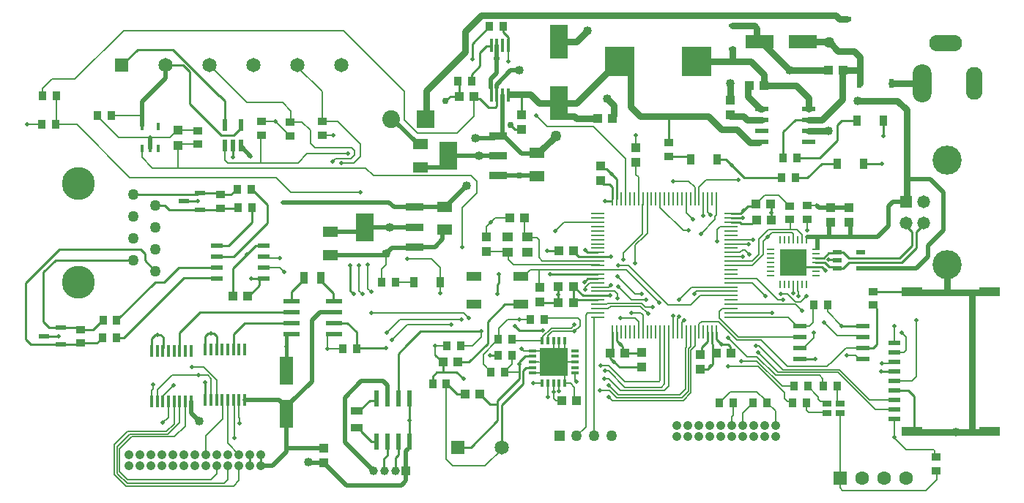
<source format=gbr>
%TF.GenerationSoftware,KiCad,Pcbnew,7.0.1*%
%TF.CreationDate,2023-06-09T14:16:40-07:00*%
%TF.ProjectId,Engine-Controller,456e6769-6e65-42d4-936f-6e74726f6c6c,1.0*%
%TF.SameCoordinates,Original*%
%TF.FileFunction,Copper,L1,Top*%
%TF.FilePolarity,Positive*%
%FSLAX46Y46*%
G04 Gerber Fmt 4.6, Leading zero omitted, Abs format (unit mm)*
G04 Created by KiCad (PCBNEW 7.0.1) date 2023-06-09 14:16:40*
%MOMM*%
%LPD*%
G01*
G04 APERTURE LIST*
G04 Aperture macros list*
%AMRoundRect*
0 Rectangle with rounded corners*
0 $1 Rounding radius*
0 $2 $3 $4 $5 $6 $7 $8 $9 X,Y pos of 4 corners*
0 Add a 4 corners polygon primitive as box body*
4,1,4,$2,$3,$4,$5,$6,$7,$8,$9,$2,$3,0*
0 Add four circle primitives for the rounded corners*
1,1,$1+$1,$2,$3*
1,1,$1+$1,$4,$5*
1,1,$1+$1,$6,$7*
1,1,$1+$1,$8,$9*
0 Add four rect primitives between the rounded corners*
20,1,$1+$1,$2,$3,$4,$5,0*
20,1,$1+$1,$4,$5,$6,$7,0*
20,1,$1+$1,$6,$7,$8,$9,0*
20,1,$1+$1,$8,$9,$2,$3,0*%
G04 Aperture macros list end*
%TA.AperFunction,SMDPad,CuDef*%
%ADD10RoundRect,0.012800X-0.392200X-0.147200X0.392200X-0.147200X0.392200X0.147200X-0.392200X0.147200X0*%
%TD*%
%TA.AperFunction,SMDPad,CuDef*%
%ADD11RoundRect,0.012800X0.147200X-0.392200X0.147200X0.392200X-0.147200X0.392200X-0.147200X-0.392200X0*%
%TD*%
%TA.AperFunction,ComponentPad*%
%ADD12C,0.500000*%
%TD*%
%TA.AperFunction,SMDPad,CuDef*%
%ADD13R,3.250000X3.250000*%
%TD*%
%TA.AperFunction,ComponentPad*%
%ADD14C,1.066800*%
%TD*%
%TA.AperFunction,ComponentPad*%
%ADD15C,3.810000*%
%TD*%
%TA.AperFunction,ComponentPad*%
%ADD16C,1.270000*%
%TD*%
%TA.AperFunction,SMDPad,CuDef*%
%ADD17R,1.000000X1.100000*%
%TD*%
%TA.AperFunction,SMDPad,CuDef*%
%ADD18R,1.020000X0.940000*%
%TD*%
%TA.AperFunction,SMDPad,CuDef*%
%ADD19R,0.965200X1.295400*%
%TD*%
%TA.AperFunction,SMDPad,CuDef*%
%ADD20R,0.410000X1.570000*%
%TD*%
%TA.AperFunction,SMDPad,CuDef*%
%ADD21R,0.355600X1.384300*%
%TD*%
%TA.AperFunction,ComponentPad*%
%ADD22R,1.478000X1.478000*%
%TD*%
%TA.AperFunction,ComponentPad*%
%ADD23C,1.478000*%
%TD*%
%TA.AperFunction,ComponentPad*%
%ADD24C,3.366000*%
%TD*%
%TA.AperFunction,SMDPad,CuDef*%
%ADD25R,1.524000X0.558800*%
%TD*%
%TA.AperFunction,SMDPad,CuDef*%
%ADD26R,0.558800X1.320800*%
%TD*%
%TA.AperFunction,SMDPad,CuDef*%
%ADD27R,3.500000X3.500000*%
%TD*%
%TA.AperFunction,SMDPad,CuDef*%
%ADD28R,0.979300X0.558800*%
%TD*%
%TA.AperFunction,SMDPad,CuDef*%
%ADD29R,1.041400X0.584200*%
%TD*%
%TA.AperFunction,SMDPad,CuDef*%
%ADD30R,0.584200X1.041400*%
%TD*%
%TA.AperFunction,SMDPad,CuDef*%
%ADD31R,0.920000X1.380000*%
%TD*%
%TA.AperFunction,SMDPad,CuDef*%
%ADD32R,1.380000X0.920000*%
%TD*%
%TA.AperFunction,SMDPad,CuDef*%
%ADD33R,0.838200X0.457200*%
%TD*%
%TA.AperFunction,SMDPad,CuDef*%
%ADD34R,0.406400X0.952500*%
%TD*%
%TA.AperFunction,SMDPad,CuDef*%
%ADD35R,1.700000X0.990600*%
%TD*%
%TA.AperFunction,SMDPad,CuDef*%
%ADD36R,1.400000X0.620000*%
%TD*%
%TA.AperFunction,SMDPad,CuDef*%
%ADD37R,2.400000X1.100000*%
%TD*%
%TA.AperFunction,SMDPad,CuDef*%
%ADD38R,2.150000X0.950000*%
%TD*%
%TA.AperFunction,SMDPad,CuDef*%
%ADD39R,2.150000X3.250000*%
%TD*%
%TA.AperFunction,SMDPad,CuDef*%
%ADD40R,1.550000X0.600000*%
%TD*%
%TA.AperFunction,SMDPad,CuDef*%
%ADD41R,1.600000X3.200000*%
%TD*%
%TA.AperFunction,SMDPad,CuDef*%
%ADD42R,3.200000X1.600000*%
%TD*%
%TA.AperFunction,SMDPad,CuDef*%
%ADD43R,2.000000X4.000000*%
%TD*%
%TA.AperFunction,SMDPad,CuDef*%
%ADD44R,1.300000X1.100000*%
%TD*%
%TA.AperFunction,SMDPad,CuDef*%
%ADD45R,0.900000X0.254000*%
%TD*%
%TA.AperFunction,SMDPad,CuDef*%
%ADD46R,0.254000X0.900000*%
%TD*%
%TA.AperFunction,SMDPad,CuDef*%
%ADD47R,3.100000X3.100000*%
%TD*%
%TA.AperFunction,SMDPad,CuDef*%
%ADD48R,1.000000X0.800000*%
%TD*%
%TA.AperFunction,SMDPad,CuDef*%
%ADD49R,1.100000X1.000000*%
%TD*%
%TA.AperFunction,SMDPad,CuDef*%
%ADD50R,1.981200X0.558800*%
%TD*%
%TA.AperFunction,SMDPad,CuDef*%
%ADD51R,0.558800X1.981200*%
%TD*%
%TA.AperFunction,ComponentPad*%
%ADD52R,1.008000X1.008000*%
%TD*%
%TA.AperFunction,ComponentPad*%
%ADD53C,1.008000*%
%TD*%
%TA.AperFunction,ComponentPad*%
%ADD54R,2.050000X2.050000*%
%TD*%
%TA.AperFunction,ComponentPad*%
%ADD55C,2.050000*%
%TD*%
%TA.AperFunction,ComponentPad*%
%ADD56R,1.650000X1.650000*%
%TD*%
%TA.AperFunction,ComponentPad*%
%ADD57C,1.650000*%
%TD*%
%TA.AperFunction,ComponentPad*%
%ADD58R,1.258000X1.258000*%
%TD*%
%TA.AperFunction,ComponentPad*%
%ADD59C,1.258000*%
%TD*%
%TA.AperFunction,ComponentPad*%
%ADD60O,2.200000X4.400000*%
%TD*%
%TA.AperFunction,ComponentPad*%
%ADD61O,1.900000X3.800000*%
%TD*%
%TA.AperFunction,ComponentPad*%
%ADD62O,3.800000X1.900000*%
%TD*%
%TA.AperFunction,SMDPad,CuDef*%
%ADD63R,1.460500X0.558800*%
%TD*%
%TA.AperFunction,SMDPad,CuDef*%
%ADD64R,0.940000X1.020000*%
%TD*%
%TA.AperFunction,SMDPad,CuDef*%
%ADD65R,1.295400X0.558800*%
%TD*%
%TA.AperFunction,SMDPad,CuDef*%
%ADD66R,1.778000X1.270000*%
%TD*%
%TA.AperFunction,SMDPad,CuDef*%
%ADD67R,1.560000X0.280000*%
%TD*%
%TA.AperFunction,SMDPad,CuDef*%
%ADD68R,0.280000X1.560000*%
%TD*%
%TA.AperFunction,ComponentPad*%
%ADD69R,1.605000X1.605000*%
%TD*%
%TA.AperFunction,ComponentPad*%
%ADD70C,1.605000*%
%TD*%
%TA.AperFunction,ViaPad*%
%ADD71C,0.500000*%
%TD*%
%TA.AperFunction,ViaPad*%
%ADD72C,1.016000*%
%TD*%
%TA.AperFunction,ViaPad*%
%ADD73C,0.762000*%
%TD*%
%TA.AperFunction,ViaPad*%
%ADD74C,1.270000*%
%TD*%
%TA.AperFunction,Conductor*%
%ADD75C,0.254000*%
%TD*%
%TA.AperFunction,Conductor*%
%ADD76C,0.177800*%
%TD*%
%TA.AperFunction,Conductor*%
%ADD77C,0.508000*%
%TD*%
%TA.AperFunction,Conductor*%
%ADD78C,0.381000*%
%TD*%
%TA.AperFunction,Conductor*%
%ADD79C,0.762000*%
%TD*%
G04 APERTURE END LIST*
D10*
%TO.P,U14,1,GND*%
%TO.N,Earth*%
X147359200Y-135504400D03*
%TO.P,U14,2,Vin+*%
%TO.N,/Sensors/TC+*%
X147359200Y-136154400D03*
%TO.P,U14,3,GND*%
%TO.N,Earth*%
X147359200Y-136804400D03*
%TO.P,U14,4,Vin-*%
%TO.N,/Sensors/TC-*%
X147359200Y-137454400D03*
%TO.P,U14,5,GND*%
%TO.N,Earth*%
X147359200Y-138104400D03*
D11*
%TO.P,U14,6,Vsense*%
%TO.N,/Sensors/TC+*%
X148509200Y-139254400D03*
%TO.P,U14,7,SCalert*%
%TO.N,TC_SC*%
X149159200Y-139254400D03*
%TO.P,U14,8,VDD*%
%TO.N,3.3V*%
X149809200Y-139254400D03*
%TO.P,U14,9,OCalert*%
%TO.N,TC_OC*%
X150459200Y-139254400D03*
%TO.P,U14,10,GND*%
%TO.N,Earth*%
X151109200Y-139254400D03*
D10*
%TO.P,U14,11,Alert1*%
%TO.N,TC_ALERT*%
X152259200Y-138104400D03*
%TO.P,U14,12,Alert2*%
%TO.N,unconnected-(U14-Alert2-Pad12)*%
X152259200Y-137454400D03*
%TO.P,U14,13,GND*%
%TO.N,Earth*%
X152259200Y-136804400D03*
%TO.P,U14,14,Alert3*%
%TO.N,unconnected-(U14-Alert3-Pad14)*%
X152259200Y-136154400D03*
%TO.P,U14,15,Alert4*%
%TO.N,unconnected-(U14-Alert4-Pad15)*%
X152259200Y-135504400D03*
D11*
%TO.P,U14,16,ADDR*%
%TO.N,Earth*%
X151109200Y-134354400D03*
%TO.P,U14,17,GND*%
X150459200Y-134354400D03*
%TO.P,U14,18,GND*%
X149809200Y-134354400D03*
%TO.P,U14,19,SCL*%
%TO.N,SCL*%
X149159200Y-134354400D03*
%TO.P,U14,20,SDA*%
%TO.N,SDA*%
X148509200Y-134354400D03*
D12*
%TO.P,U14,21,GND*%
%TO.N,Earth*%
X148809200Y-135804400D03*
X148809200Y-136804400D03*
X148809200Y-137804400D03*
X149809200Y-135804400D03*
X149809200Y-136804400D03*
D13*
X149809200Y-136804400D03*
D12*
X149809200Y-137804400D03*
X150809200Y-135804400D03*
X150809200Y-136804400D03*
X150809200Y-137804400D03*
%TD*%
D14*
%TO.P,P8,1,1*%
%TO.N,5V*%
X116001800Y-147523200D03*
%TO.P,P8,2,2*%
X116001800Y-148793200D03*
%TO.P,P8,3,3*%
%TO.N,VIN*%
X114731800Y-147523200D03*
%TO.P,P8,4,4*%
X114731800Y-148793200D03*
%TO.P,P8,5,5*%
%TO.N,PT1+*%
X113461800Y-147523200D03*
%TO.P,P8,6,6*%
%TO.N,PT1-*%
X113461800Y-148793200D03*
%TO.P,P8,7,7*%
%TO.N,PT2+*%
X112191800Y-147523200D03*
%TO.P,P8,8,8*%
%TO.N,PT2-*%
X112191800Y-148793200D03*
%TO.P,P8,9,9*%
%TO.N,PT3+*%
X110921800Y-147523200D03*
%TO.P,P8,10,10*%
%TO.N,PT3-*%
X110921800Y-148793200D03*
%TO.P,P8,11,11*%
%TO.N,PT4+*%
X109651800Y-147523200D03*
%TO.P,P8,12,12*%
%TO.N,PT4-*%
X109651800Y-148793200D03*
%TO.P,P8,13,13*%
%TO.N,PT5+*%
X108381800Y-147523200D03*
%TO.P,P8,14,14*%
%TO.N,Earth*%
X108381800Y-148793200D03*
%TO.P,P8,15,15*%
%TO.N,PT6+*%
X107111800Y-147523200D03*
%TO.P,P8,16,16*%
%TO.N,Earth*%
X107111800Y-148793200D03*
%TO.P,P8,17,17*%
%TO.N,PT7+*%
X105841800Y-147523200D03*
%TO.P,P8,18,18*%
%TO.N,Earth*%
X105841800Y-148793200D03*
%TO.P,P8,19,19*%
%TO.N,PT8+*%
X104571800Y-147523200D03*
%TO.P,P8,20,20*%
%TO.N,Earth*%
X104571800Y-148793200D03*
%TO.P,P8,21,21*%
X103301800Y-147523200D03*
%TO.P,P8,22,22*%
X103301800Y-148793200D03*
%TO.P,P8,23,23*%
X102031800Y-147523200D03*
%TO.P,P8,24,24*%
X102031800Y-148793200D03*
%TO.P,P8,25,25*%
X100761800Y-147523200D03*
%TO.P,P8,26,26*%
X100761800Y-148793200D03*
%TD*%
D15*
%TO.P,P9,10*%
%TO.N,N/C*%
X94894400Y-127533400D03*
%TO.P,P9,9*%
X94894400Y-116103400D03*
D16*
%TO.P,P9,8*%
%TO.N,A*%
X103784400Y-126263400D03*
%TO.P,P9,7*%
%TO.N,B*%
X101244400Y-124993400D03*
%TO.P,P9,6*%
%TO.N,unconnected-(P9-Pad6)*%
X103784400Y-123723400D03*
%TO.P,P9,5*%
%TO.N,unconnected-(P9-Pad5)*%
X101244400Y-122453400D03*
%TO.P,P9,4*%
%TO.N,unconnected-(P9-Pad4)*%
X103784400Y-121183400D03*
%TO.P,P9,3*%
%TO.N,unconnected-(P9-Pad3)*%
X101244400Y-119913400D03*
%TO.P,P9,2*%
%TO.N,Y*%
X103784400Y-118643400D03*
%TO.P,P9,1*%
%TO.N,Z*%
X101244400Y-117373400D03*
%TD*%
D17*
%TO.P,C18,1*%
%TO.N,Earth*%
X106375200Y-109995600D03*
%TO.P,C18,2*%
%TO.N,FIRE*%
X106375200Y-111695600D03*
%TD*%
D18*
%TO.P,R7,1*%
%TO.N,FIRE*%
X108661200Y-111584800D03*
%TO.P,R7,2*%
%TO.N,Earth*%
X108661200Y-110004800D03*
%TD*%
D19*
%TO.P,D7,1,1*%
%TO.N,Earth*%
X168719500Y-113334800D03*
%TO.P,D7,2,2*%
%TO.N,Net-(D7-Pad2)*%
X165671500Y-113334800D03*
%TD*%
D20*
%TO.P,U6,1,STAT*%
%TO.N,5V_SRC*%
X144561200Y-100152400D03*
%TO.P,U6,2,D0*%
%TO.N,unconnected-(U6-D0-Pad2)*%
X143911200Y-100152400D03*
%TO.P,U6,3,D1*%
%TO.N,Earth*%
X143261200Y-100152400D03*
%TO.P,U6,4,ILIM*%
%TO.N,Net-(U6-ILIM)*%
X142611200Y-100152400D03*
%TO.P,U6,5,GND*%
%TO.N,Earth*%
X142611200Y-105892400D03*
%TO.P,U6,6,IN2*%
%TO.N,5V_USB*%
X143261200Y-105892400D03*
%TO.P,U6,7,OUT*%
%TO.N,5V*%
X143911200Y-105892400D03*
%TO.P,U6,8,IN1*%
%TO.N,5V_BUCK*%
X144561200Y-105892400D03*
%TD*%
D21*
%TO.P,U13,1,X4*%
%TO.N,unconnected-(U13-X4-Pad1)*%
X107890249Y-135494250D03*
%TO.P,U13,2,X6*%
%TO.N,unconnected-(U13-X6-Pad2)*%
X107240251Y-135494250D03*
%TO.P,U13,3,Y*%
%TO.N,PT-*%
X106590249Y-135494250D03*
%TO.P,U13,4,X7*%
%TO.N,unconnected-(U13-X7-Pad4)*%
X105940251Y-135494250D03*
%TO.P,U13,5,X5*%
%TO.N,unconnected-(U13-X5-Pad5)*%
X105290252Y-135494250D03*
%TO.P,U13,6,EN*%
%TO.N,Earth*%
X104640251Y-135494250D03*
%TO.P,U13,7*%
%TO.N,N/C*%
X103990252Y-135494250D03*
%TO.P,U13,8*%
%TO.N,Earth*%
X103340251Y-135494250D03*
%TO.P,U13,9,C*%
%TO.N,PT_MUX_C*%
X103340251Y-141374350D03*
%TO.P,U13,10,B*%
%TO.N,PT_MUX_B*%
X103990249Y-141374350D03*
%TO.P,U13,11,A*%
%TO.N,PT_MUX_A*%
X104640251Y-141374350D03*
%TO.P,U13,12,X3*%
%TO.N,PT4-*%
X105290249Y-141374350D03*
%TO.P,U13,13,X0*%
%TO.N,PT1-*%
X105940248Y-141374350D03*
%TO.P,U13,14,X1*%
%TO.N,PT2-*%
X106590249Y-141374350D03*
%TO.P,U13,15,X2*%
%TO.N,PT3-*%
X107240248Y-141374350D03*
%TO.P,U13,16*%
%TO.N,5V*%
X107890249Y-141374350D03*
%TD*%
%TO.P,U12,1,X4*%
%TO.N,unconnected-(U12-X4-Pad1)*%
X114113249Y-135341850D03*
%TO.P,U12,2,X6*%
%TO.N,unconnected-(U12-X6-Pad2)*%
X113463251Y-135341850D03*
%TO.P,U12,3,Y*%
%TO.N,PT+*%
X112813249Y-135341850D03*
%TO.P,U12,4,X7*%
%TO.N,unconnected-(U12-X7-Pad4)*%
X112163251Y-135341850D03*
%TO.P,U12,5,X5*%
%TO.N,unconnected-(U12-X5-Pad5)*%
X111513252Y-135341850D03*
%TO.P,U12,6,EN*%
%TO.N,Earth*%
X110863251Y-135341850D03*
%TO.P,U12,7*%
%TO.N,N/C*%
X110213252Y-135341850D03*
%TO.P,U12,8*%
%TO.N,Earth*%
X109563251Y-135341850D03*
%TO.P,U12,9,C*%
%TO.N,PT_MUX_C*%
X109563251Y-141221950D03*
%TO.P,U12,10,B*%
%TO.N,PT_MUX_B*%
X110213249Y-141221950D03*
%TO.P,U12,11,A*%
%TO.N,PT_MUX_A*%
X110863251Y-141221950D03*
%TO.P,U12,12,X3*%
%TO.N,PT4+*%
X111513249Y-141221950D03*
%TO.P,U12,13,X0*%
%TO.N,PT1+*%
X112163248Y-141221950D03*
%TO.P,U12,14,X1*%
%TO.N,PT2+*%
X112813249Y-141221950D03*
%TO.P,U12,15,X2*%
%TO.N,PT3+*%
X113463248Y-141221950D03*
%TO.P,U12,16*%
%TO.N,5V*%
X114113249Y-141221950D03*
%TD*%
D22*
%TO.P,P5,1,VCC*%
%TO.N,5V_USB*%
X190574500Y-118231600D03*
D23*
%TO.P,P5,2,D-*%
%TO.N,/Page2/D-*%
X190574500Y-120731600D03*
%TO.P,P5,3,D+*%
%TO.N,/Page2/D+*%
X192574500Y-120731600D03*
%TO.P,P5,4,GND*%
%TO.N,Earth*%
X192574500Y-118231600D03*
D24*
%TO.P,P5,S1,SHIELD*%
X195284500Y-125501600D03*
%TO.P,P5,S2,SHIELD*%
X195284500Y-113461600D03*
%TD*%
D19*
%TO.P,D3,1,1*%
%TO.N,Net-(D3-Pad1)*%
X182575200Y-113817400D03*
%TO.P,D3,2,2*%
%TO.N,3.3V*%
X185623200Y-113817400D03*
%TD*%
D25*
%TO.P,U4,1,\u002ACE*%
%TO.N,FLASH_SS*%
X178295300Y-132613400D03*
%TO.P,U4,2,SO*%
%TO.N,FLASH_MISO*%
X178295300Y-133883400D03*
%TO.P,U4,3,\u002AWP*%
%TO.N,FLASH_WP*%
X178295300Y-135153400D03*
%TO.P,U4,4,VSS*%
%TO.N,Earth*%
X178295300Y-136423400D03*
%TO.P,U4,5,SI*%
%TO.N,FLASH_MOSI*%
X185585100Y-136423400D03*
%TO.P,U4,6,SCK*%
%TO.N,FLASH_SCK*%
X185585100Y-135153400D03*
%TO.P,U4,7,\u002AHOLD*%
%TO.N,FLASH_HOLD*%
X185585100Y-133883400D03*
%TO.P,U4,8,VDD*%
%TO.N,3.3V*%
X185585100Y-132613400D03*
%TD*%
D26*
%TO.P,U11,1*%
%TO.N,E_CONT*%
X111779999Y-111760000D03*
%TO.P,U11,2,V-*%
%TO.N,Earth*%
X112730000Y-111760000D03*
%TO.P,U11,3,-*%
%TO.N,5V*%
X113680001Y-111760000D03*
%TO.P,U11,4,+*%
%TO.N,Net-(P2A-6)*%
X113680001Y-109372400D03*
%TO.P,U11,5,V+*%
%TO.N,VIN*%
X111779999Y-109372400D03*
%TD*%
D27*
%TO.P,L1,1*%
%TO.N,Net-(U2-SW)*%
X166324200Y-102006400D03*
%TO.P,L1,2*%
%TO.N,5V_BUCK*%
X157424200Y-102006400D03*
%TD*%
D28*
%TO.P,D8,1*%
%TO.N,/Page2/D-*%
X182562208Y-124068799D03*
%TO.P,D8,2*%
%TO.N,Earth*%
X182562208Y-125018800D03*
%TO.P,D8,3*%
%TO.N,/Page2/D+*%
X182562208Y-125968801D03*
%TO.P,D8,4*%
%TO.N,5V_USB*%
X185294104Y-125968801D03*
%TO.P,D8,5*%
%TO.N,unconnected-(D8-Pad5)*%
X185294104Y-124068799D03*
%TD*%
D19*
%TO.P,D9,1,1*%
%TO.N,Net-(D9-Pad1)*%
X133680200Y-127533400D03*
%TO.P,D9,2,2*%
%TO.N,A3.3V*%
X136728200Y-127533400D03*
%TD*%
%TO.P,D6,1,1*%
%TO.N,Earth*%
X187909200Y-108864400D03*
%TO.P,D6,2,2*%
%TO.N,Net-(D6-Pad2)*%
X184861200Y-108864400D03*
%TD*%
D29*
%TO.P,D4,1*%
%TO.N,VIN*%
X183718200Y-100799900D03*
%TO.P,D4,2*%
%TO.N,V_HEAD*%
X183718200Y-97116900D03*
%TD*%
D30*
%TO.P,D5,1*%
%TO.N,VIN*%
X185178700Y-104546400D03*
%TO.P,D5,2*%
%TO.N,Net-(D5-Pad2)*%
X188861700Y-104546400D03*
%TD*%
D31*
%TO.P,R19,1*%
%TO.N,Net-(U8--RG)*%
X120990400Y-127101600D03*
%TO.P,R19,2*%
%TO.N,Net-(U8-+RG)*%
X122900400Y-127101600D03*
%TD*%
D32*
%TO.P,R33,1*%
%TO.N,Net-(U15--RG)*%
X127076200Y-144414200D03*
%TO.P,R33,2*%
%TO.N,Net-(U15-+RG)*%
X127076200Y-142504200D03*
%TD*%
D33*
%TO.P,D2,1*%
%TO.N,Net-(U2-SW)*%
X170510200Y-100533200D03*
%TO.P,D2,2*%
%TO.N,Earth*%
X170510200Y-97891600D03*
%TD*%
D34*
%TO.P,Q1,1,G*%
%TO.N,FIRE*%
X102224799Y-112071150D03*
%TO.P,Q1,2,S*%
%TO.N,Earth*%
X103174800Y-112071150D03*
%TO.P,Q1,3*%
%TO.N,N/C*%
X104124801Y-112071150D03*
%TO.P,Q1,4*%
X104124801Y-109518450D03*
%TO.P,Q1,5,D*%
%TO.N,Net-(P2A-6)*%
X102224799Y-109518450D03*
%TD*%
D35*
%TO.P,B1,1,1*%
%TO.N,Net-(J1-B)*%
X146032200Y-130123999D03*
%TO.P,B1,2,2*%
%TO.N,unconnected-(B1-Pad2)*%
X140632200Y-130123999D03*
%TO.P,B1,3,3*%
%TO.N,NRST*%
X146032200Y-126924001D03*
%TO.P,B1,4,4*%
%TO.N,unconnected-(B1-Pad4)*%
X140632200Y-126924001D03*
%TD*%
D36*
%TO.P,P4,P1,DAT2*%
%TO.N,SD_DAT2*%
X189214600Y-134630800D03*
%TO.P,P4,P2,DAT3/CD*%
%TO.N,SD_DAT3*%
X189214600Y-135730800D03*
%TO.P,P4,P3,CMD*%
%TO.N,SD_CMD*%
X189214600Y-136830800D03*
%TO.P,P4,P4,VDD*%
%TO.N,3.3V*%
X189214600Y-137930800D03*
%TO.P,P4,P5,CLK*%
%TO.N,SD_CLK*%
X189214600Y-139030800D03*
%TO.P,P4,P6,VSS*%
%TO.N,Earth*%
X189214600Y-140130800D03*
%TO.P,P4,P7,DAT0*%
%TO.N,SD_DAT0*%
X189214600Y-141230800D03*
%TO.P,P4,P8,DAT1*%
%TO.N,SD_DAT1*%
X189214600Y-142330800D03*
%TO.P,P4,P9,DETECT*%
%TO.N,SD_DETECT*%
X189214600Y-143430800D03*
D37*
%TO.P,P4,SH1,SH1*%
%TO.N,Earth*%
X200214600Y-144810800D03*
%TO.P,P4,SH2,SH2*%
X191214600Y-144810800D03*
%TO.P,P4,SH3,SH3*%
X191214600Y-128660800D03*
%TO.P,P4,SH4,SH4*%
X200214600Y-128660800D03*
%TD*%
D38*
%TO.P,U3,1,GND*%
%TO.N,Earth*%
X143438200Y-115228400D03*
%TO.P,U3,2,VOUT*%
%TO.N,3.3V*%
X143438200Y-112928400D03*
D39*
X137638200Y-112928400D03*
D38*
%TO.P,U3,3,VIN*%
%TO.N,5V*%
X143438200Y-110628400D03*
%TD*%
%TO.P,U10,1,GND*%
%TO.N,Earth*%
X133765200Y-123483400D03*
%TO.P,U10,2,VOUT*%
%TO.N,A3.3V*%
X133765200Y-121183400D03*
D39*
X127965200Y-121183400D03*
D38*
%TO.P,U10,3,VIN*%
%TO.N,5V*%
X133765200Y-118883400D03*
%TD*%
D40*
%TO.P,U2,1,BOOT*%
%TO.N,Net-(U2-BOOT)*%
X173906200Y-107467400D03*
%TO.P,U2,2,SS*%
%TO.N,Net-(U2-SS)*%
X173906200Y-108737400D03*
%TO.P,U2,3,RT/SYNC*%
%TO.N,unconnected-(U2-RT{slash}SYNC-Pad3)*%
X173906200Y-110007400D03*
%TO.P,U2,4,FB*%
%TO.N,5V_BUCK*%
X173906200Y-111277400D03*
%TO.P,U2,5,EN*%
%TO.N,unconnected-(U2-EN-Pad5)*%
X179306200Y-111277400D03*
%TO.P,U2,6,GND*%
%TO.N,Earth*%
X179306200Y-110007400D03*
%TO.P,U2,7,VIN*%
%TO.N,VIN*%
X179306200Y-108737400D03*
%TO.P,U2,8,SW*%
%TO.N,Net-(U2-SW)*%
X179306200Y-107467400D03*
%TD*%
D41*
%TO.P,C29,1*%
%TO.N,5V*%
X118948200Y-142809600D03*
%TO.P,C29,2*%
%TO.N,Earth*%
X118948200Y-137809600D03*
%TD*%
D42*
%TO.P,C1,1*%
%TO.N,VIN*%
X178598200Y-99720400D03*
%TO.P,C1,2*%
%TO.N,Earth*%
X173598200Y-99720400D03*
%TD*%
D43*
%TO.P,C5,1*%
%TO.N,5V_BUCK*%
X150444200Y-106826400D03*
%TO.P,C5,2*%
%TO.N,Earth*%
X150444200Y-99726400D03*
%TD*%
D44*
%TO.P,Y1,1,1*%
%TO.N,OSC_IN*%
X146768200Y-122290000D03*
%TO.P,Y1,2*%
%TO.N,N/C*%
X144468200Y-122290000D03*
%TO.P,Y1,3,3*%
%TO.N,OSC_OUT*%
X144468200Y-124090000D03*
%TO.P,Y1,4*%
%TO.N,N/C*%
X146768200Y-124090000D03*
%TD*%
D45*
%TO.P,U5,1,DCD*%
%TO.N,unconnected-(U5-DCD-Pad1)*%
X180108600Y-126772800D03*
%TO.P,U5,2,RI*%
%TO.N,unconnected-(U5-RI-Pad2)*%
X180108600Y-126272800D03*
%TO.P,U5,3,GND*%
%TO.N,Earth*%
X180108600Y-125772800D03*
%TO.P,U5,4,D+*%
%TO.N,/Page2/D+*%
X180108600Y-125272800D03*
%TO.P,U5,5,D-*%
%TO.N,/Page2/D-*%
X180108600Y-124772800D03*
%TO.P,U5,6,VDD*%
%TO.N,unconnected-(U5-VDD-Pad6)*%
X180108600Y-124272800D03*
%TO.P,U5,7,REGIN*%
%TO.N,5V_USB*%
X180108600Y-123772800D03*
D46*
%TO.P,U5,8,VBUS*%
X179018600Y-122682800D03*
%TO.P,U5,9,~{RST}*%
%TO.N,~{USB_RST}*%
X178518600Y-122682800D03*
%TO.P,U5,10,NC*%
%TO.N,unconnected-(U5-NC-Pad10)*%
X178018600Y-122682800D03*
%TO.P,U5,11,~{SUSPEND}*%
%TO.N,~{USB_SUSPEND}*%
X177518600Y-122682800D03*
%TO.P,U5,12,SUSPEND*%
%TO.N,unconnected-(U5-SUSPEND-Pad12)*%
X177018600Y-122682800D03*
%TO.P,U5,13,NC@1*%
%TO.N,unconnected-(U5-NC@1-Pad13)*%
X176518600Y-122682800D03*
%TO.P,U5,14,NC@2*%
%TO.N,unconnected-(U5-NC@2-Pad14)*%
X176018600Y-122682800D03*
D45*
%TO.P,U5,15,NC@3*%
%TO.N,unconnected-(U5-NC@3-Pad15)*%
X174928600Y-123772800D03*
%TO.P,U5,16,NC@4*%
%TO.N,unconnected-(U5-NC@4-Pad16)*%
X174928600Y-124272800D03*
%TO.P,U5,17,NC@5*%
%TO.N,unconnected-(U5-NC@5-Pad17)*%
X174928600Y-124772800D03*
%TO.P,U5,18,NC/VPP*%
%TO.N,unconnected-(U5-NC{slash}VPP-Pad18)*%
X174928600Y-125272800D03*
%TO.P,U5,19,NC@6*%
%TO.N,unconnected-(U5-NC@6-Pad19)*%
X174928600Y-125772800D03*
%TO.P,U5,20,NC@7*%
%TO.N,unconnected-(U5-NC@7-Pad20)*%
X174928600Y-126272800D03*
%TO.P,U5,21,NC@8*%
%TO.N,unconnected-(U5-NC@8-Pad21)*%
X174928600Y-126772800D03*
D46*
%TO.P,U5,22,NC@9*%
%TO.N,unconnected-(U5-NC@9-Pad22)*%
X176018600Y-127862800D03*
%TO.P,U5,23,CTS*%
%TO.N,unconnected-(U5-CTS-Pad23)*%
X176518600Y-127862800D03*
%TO.P,U5,24,RTS*%
%TO.N,unconnected-(U5-RTS-Pad24)*%
X177018600Y-127862800D03*
%TO.P,U5,25,RXD*%
%TO.N,RX_USB*%
X177518600Y-127862800D03*
%TO.P,U5,26,TXD*%
%TO.N,TX_USB*%
X178018600Y-127862800D03*
%TO.P,U5,27,DSR*%
%TO.N,unconnected-(U5-DSR-Pad27)*%
X178518600Y-127862800D03*
%TO.P,U5,28,DTR*%
%TO.N,unconnected-(U5-DTR-Pad28)*%
X179018600Y-127862800D03*
D47*
%TO.P,U5,29,PAD*%
%TO.N,Earth*%
X177518600Y-125272800D03*
%TD*%
D48*
%TO.P,D1,1*%
%TO.N,3.3V*%
X182944200Y-142688400D03*
%TO.P,D1,2*%
%TO.N,Net-(D1-Pad2)*%
X181444200Y-142688400D03*
%TO.P,D1,3*%
%TO.N,Net-(D1-Pad3)*%
X181444200Y-141588400D03*
%TO.P,D1,4*%
%TO.N,Net-(D1-Pad4)*%
X182944200Y-141588400D03*
%TD*%
D49*
%TO.P,C4,1*%
%TO.N,Net-(U2-SW)*%
X174154200Y-104800400D03*
%TO.P,C4,2*%
%TO.N,Net-(U2-BOOT)*%
X172454200Y-104800400D03*
%TD*%
D17*
%TO.P,C3,1*%
%TO.N,Earth*%
X170256200Y-106490400D03*
%TO.P,C3,2*%
%TO.N,Net-(U2-SS)*%
X170256200Y-108190400D03*
%TD*%
D49*
%TO.P,C2,1*%
%TO.N,Earth*%
X181598200Y-103022400D03*
%TO.P,C2,2*%
%TO.N,VIN*%
X183298200Y-103022400D03*
%TD*%
%TO.P,C17,1*%
%TO.N,Earth*%
X156628200Y-108610400D03*
%TO.P,C17,2*%
%TO.N,5V_BUCK*%
X154928200Y-108610400D03*
%TD*%
D17*
%TO.P,C15,1*%
%TO.N,Earth*%
X146126200Y-109841400D03*
%TO.P,C15,2*%
%TO.N,5V_BUCK*%
X146126200Y-108141400D03*
%TD*%
D49*
%TO.P,C21,1*%
%TO.N,Earth*%
X156364200Y-135788400D03*
%TO.P,C21,2*%
%TO.N,3.3V*%
X158064200Y-135788400D03*
%TD*%
D17*
%TO.P,C10,1*%
%TO.N,Earth*%
X159982800Y-137425800D03*
%TO.P,C10,2*%
%TO.N,3.3V*%
X159982800Y-135725800D03*
%TD*%
%TO.P,C23,1*%
%TO.N,Earth*%
X166801800Y-137629000D03*
%TO.P,C23,2*%
%TO.N,CAP1*%
X166801800Y-135929000D03*
%TD*%
D49*
%TO.P,C14,1*%
%TO.N,Earth*%
X168644200Y-135788400D03*
%TO.P,C14,2*%
%TO.N,3.3V*%
X170344200Y-135788400D03*
%TD*%
D17*
%TO.P,C19,1*%
%TO.N,Earth*%
X183972200Y-118936400D03*
%TO.P,C19,2*%
%TO.N,5V_USB*%
X183972200Y-120636400D03*
%TD*%
%TO.P,C20,1*%
%TO.N,Earth*%
X181813200Y-118936400D03*
%TO.P,C20,2*%
%TO.N,5V_USB*%
X181813200Y-120636400D03*
%TD*%
D49*
%TO.P,C26,1*%
%TO.N,Earth*%
X174967000Y-120396000D03*
%TO.P,C26,2*%
%TO.N,CAP2*%
X173267000Y-120396000D03*
%TD*%
%TO.P,C11,1*%
%TO.N,Earth*%
X174916200Y-118516400D03*
%TO.P,C11,2*%
%TO.N,3.3V*%
X173216200Y-118516400D03*
%TD*%
D17*
%TO.P,C22,1*%
%TO.N,Earth*%
X155270200Y-114110400D03*
%TO.P,C22,2*%
%TO.N,3.3V*%
X155270200Y-115810400D03*
%TD*%
%TO.P,C34,1*%
%TO.N,OSC_OUT*%
X142062200Y-124040000D03*
%TO.P,C34,2*%
%TO.N,Earth*%
X142062200Y-122340000D03*
%TD*%
D49*
%TO.P,C33,1*%
%TO.N,OSC_IN*%
X146468200Y-120142000D03*
%TO.P,C33,2*%
%TO.N,Earth*%
X144768200Y-120142000D03*
%TD*%
%TO.P,C9,1*%
%TO.N,Earth*%
X150432400Y-123901200D03*
%TO.P,C9,2*%
%TO.N,3.3V*%
X152132400Y-123901200D03*
%TD*%
%TO.P,C12,1*%
%TO.N,Earth*%
X150381600Y-128092200D03*
%TO.P,C12,2*%
%TO.N,A3.3V*%
X152081600Y-128092200D03*
%TD*%
%TO.P,C13,1*%
%TO.N,Earth*%
X150381600Y-129946400D03*
%TO.P,C13,2*%
%TO.N,A3.3V*%
X152081600Y-129946400D03*
%TD*%
%TO.P,C31,1*%
%TO.N,Earth*%
X152437200Y-141249400D03*
%TO.P,C31,2*%
%TO.N,3.3V*%
X150737200Y-141249400D03*
%TD*%
%TO.P,C32,1*%
%TO.N,/Sensors/TC-*%
X139586600Y-140563600D03*
%TO.P,C32,2*%
%TO.N,/Sensors/TC+*%
X141286600Y-140563600D03*
%TD*%
D17*
%TO.P,C30,1*%
%TO.N,Earth*%
X123240800Y-148449400D03*
%TO.P,C30,2*%
%TO.N,5V*%
X123240800Y-146749400D03*
%TD*%
D49*
%TO.P,C24,1*%
%TO.N,Earth*%
X112738800Y-129159000D03*
%TO.P,C24,2*%
%TO.N,3.3V*%
X114438800Y-129159000D03*
%TD*%
D50*
%TO.P,U8,1,-RG*%
%TO.N,Net-(U8--RG)*%
X119481600Y-129743200D03*
%TO.P,U8,2,-IN*%
%TO.N,PT-*%
X119481600Y-131013200D03*
%TO.P,U8,3,+IN*%
%TO.N,PT+*%
X119481600Y-132283200D03*
%TO.P,U8,4,-VS*%
%TO.N,Earth*%
X119481600Y-133553200D03*
%TO.P,U8,5,REF*%
X124409200Y-133553200D03*
%TO.P,U8,6,OUT*%
%TO.N,PT*%
X124409200Y-132283200D03*
%TO.P,U8,7,+VS*%
%TO.N,5V*%
X124409200Y-131013200D03*
%TO.P,U8,8,+RG*%
%TO.N,Net-(U8-+RG)*%
X124409200Y-129743200D03*
%TD*%
D51*
%TO.P,U15,1,-RG*%
%TO.N,Net-(U15--RG)*%
X129311400Y-145999200D03*
%TO.P,U15,2,-IN*%
%TO.N,/Sensors/LC-*%
X130581400Y-145999200D03*
%TO.P,U15,3,+IN*%
%TO.N,/Sensors/LC+*%
X131851400Y-145999200D03*
%TO.P,U15,4,-VS*%
%TO.N,Earth*%
X133121400Y-145999200D03*
%TO.P,U15,5,REF*%
X133121400Y-141071600D03*
%TO.P,U15,6,OUT*%
%TO.N,LC*%
X131851400Y-141071600D03*
%TO.P,U15,7,+VS*%
%TO.N,5V*%
X130581400Y-141071600D03*
%TO.P,U15,8,+RG*%
%TO.N,Net-(U15-+RG)*%
X129311400Y-141071600D03*
%TD*%
D52*
%TO.P,P17,1,+12V*%
%TO.N,Earth*%
X132761200Y-149420500D03*
D53*
%TO.P,P17,2,GND*%
%TO.N,/Sensors/LC+*%
X131511200Y-149420500D03*
%TO.P,P17,3,3*%
%TO.N,/Sensors/LC-*%
X130261200Y-149420500D03*
%TO.P,P17,4,4*%
%TO.N,5V*%
X129011200Y-149420500D03*
%TD*%
D54*
%TO.P,P7,1,1*%
%TO.N,V_HEAD*%
X134991700Y-108682900D03*
D55*
%TO.P,P7,2,2*%
%TO.N,Earth*%
X131031700Y-108682900D03*
%TD*%
D56*
%TO.P,P2,1,5*%
%TO.N,VIN*%
X99847400Y-102412800D03*
D57*
%TO.P,P2,2,6*%
%TO.N,Net-(P2A-6)*%
X104927400Y-102412800D03*
%TO.P,P2,3,5*%
%TO.N,SP_CONT*%
X110007400Y-102412800D03*
%TO.P,P2,4,6*%
%TO.N,Earth*%
X115087400Y-102412800D03*
%TO.P,P2,5,5*%
%TO.N,NOZ_CONT*%
X120167400Y-102412800D03*
%TO.P,P2,6,6*%
%TO.N,Earth*%
X125247400Y-102412800D03*
%TD*%
D14*
%TO.P,P3,1,1*%
%TO.N,3.3V*%
X175463200Y-144159350D03*
%TO.P,P3,2,2*%
X175463200Y-145429350D03*
%TO.P,P3,3,3*%
%TO.N,Earth*%
X174193200Y-144159350D03*
%TO.P,P3,4,4*%
X174193200Y-145429350D03*
%TO.P,P3,5,5*%
X172923200Y-144159350D03*
%TO.P,P3,6,6*%
X172923200Y-145429350D03*
%TO.P,P3,7,7*%
%TO.N,SWDIO*%
X171653200Y-144159350D03*
%TO.P,P3,8,8*%
%TO.N,Earth*%
X171653200Y-145429350D03*
%TO.P,P3,9,9*%
%TO.N,SWCLK*%
X170383200Y-144159350D03*
%TO.P,P3,10,10*%
%TO.N,Earth*%
X170383200Y-145429350D03*
%TO.P,P3,11,11*%
%TO.N,unconnected-(P3-Pad11)*%
X169113200Y-144159350D03*
%TO.P,P3,12,12*%
%TO.N,Earth*%
X169113200Y-145429350D03*
%TO.P,P3,13,13*%
%TO.N,SWO*%
X167843200Y-144159350D03*
%TO.P,P3,14,14*%
%TO.N,Earth*%
X167843200Y-145429350D03*
%TO.P,P3,15,15*%
%TO.N,NRST*%
X166573200Y-144159350D03*
%TO.P,P3,16,16*%
%TO.N,Earth*%
X166573200Y-145429350D03*
%TO.P,P3,17,17*%
%TO.N,unconnected-(P3-Pad17)*%
X165303200Y-144159350D03*
%TO.P,P3,18,18*%
%TO.N,Earth*%
X165303200Y-145429350D03*
%TO.P,P3,19,19*%
%TO.N,unconnected-(P3-Pad19)*%
X164033200Y-144159350D03*
%TO.P,P3,20,20*%
%TO.N,Earth*%
X164033200Y-145429350D03*
%TD*%
D58*
%TO.P,P6,1,+12V*%
%TO.N,Earth*%
X150492200Y-145326400D03*
D59*
%TO.P,P6,2,GND*%
%TO.N,ValveCtrl_RX*%
X152492200Y-145326400D03*
%TO.P,P6,3,3*%
%TO.N,ValveCtrl_TX*%
X154492200Y-145326400D03*
%TO.P,P6,4,4*%
%TO.N,5V*%
X156492200Y-145326400D03*
%TD*%
D60*
%TO.P,P1,1*%
%TO.N,Net-(D5-Pad2)*%
X192443200Y-104546400D03*
D61*
%TO.P,P1,2*%
%TO.N,Earth*%
X198398200Y-104546400D03*
D62*
%TO.P,P1,3,MountPin*%
X195148200Y-99856400D03*
%TD*%
D56*
%TO.P,P11,1,5*%
%TO.N,/Sensors/TC+*%
X138709400Y-146685000D03*
D57*
%TO.P,P11,2,6*%
%TO.N,/Sensors/TC-*%
X143789400Y-146685000D03*
%TD*%
D63*
%TO.P,U7,1,VCC*%
%TO.N,3.3V*%
X116331858Y-127152400D03*
%TO.P,U7,2,R*%
%TO.N,RS485_RX*%
X116331858Y-125882400D03*
%TO.P,U7,3,D*%
%TO.N,RS485_TX*%
X116331858Y-124612400D03*
%TO.P,U7,4,GND*%
%TO.N,Earth*%
X116331858Y-123342400D03*
%TO.P,U7,5,Y*%
%TO.N,Net-(U7-Y)*%
X110883558Y-123342400D03*
%TO.P,U7,6,Z*%
%TO.N,Net-(U7-Z)*%
X110883558Y-124612400D03*
%TO.P,U7,7,B*%
%TO.N,Net-(U7-B)*%
X110883558Y-125882400D03*
%TO.P,U7,8,A*%
%TO.N,Net-(U7-A)*%
X110883558Y-127152400D03*
%TD*%
D18*
%TO.P,R27,1*%
%TO.N,Y*%
X111277400Y-119027000D03*
%TO.P,R27,2*%
%TO.N,Z*%
X111277400Y-117447000D03*
%TD*%
%TO.P,R26,1*%
%TO.N,B*%
X95148400Y-133042600D03*
%TO.P,R26,2*%
%TO.N,A*%
X95148400Y-134622600D03*
%TD*%
D64*
%TO.P,R25,1*%
%TO.N,Net-(U7-Y)*%
X114912200Y-118897400D03*
%TO.P,R25,2*%
%TO.N,Y*%
X113332200Y-118897400D03*
%TD*%
%TO.P,R24,1*%
%TO.N,Net-(U7-Z)*%
X114861400Y-116814600D03*
%TO.P,R24,2*%
%TO.N,Z*%
X113281400Y-116814600D03*
%TD*%
%TO.P,R23,1*%
%TO.N,Net-(U7-B)*%
X99316600Y-131978400D03*
%TO.P,R23,2*%
%TO.N,B*%
X97736600Y-131978400D03*
%TD*%
%TO.P,R22,1*%
%TO.N,Net-(U7-A)*%
X99265800Y-134010400D03*
%TO.P,R22,2*%
%TO.N,A*%
X97685800Y-134010400D03*
%TD*%
D65*
%TO.P,D11,1*%
%TO.N,Y*%
X108978700Y-119161601D03*
%TO.P,D11,2*%
%TO.N,Z*%
X108978700Y-117261599D03*
%TO.P,D11,3*%
%TO.N,Earth*%
X107073700Y-118211600D03*
%TD*%
%TO.P,D10,1*%
%TO.N,A*%
X92824300Y-134757201D03*
%TO.P,D10,2*%
%TO.N,B*%
X92824300Y-132857199D03*
%TO.P,D10,3*%
%TO.N,Earth*%
X90919300Y-133807200D03*
%TD*%
D66*
%TO.P,C6,1,1*%
%TO.N,5V*%
X147904200Y-112623600D03*
%TO.P,C6,2,2*%
%TO.N,Earth*%
X147904200Y-115265200D03*
%TD*%
%TO.P,C7,1,1*%
%TO.N,3.3V*%
X134442200Y-114249200D03*
%TO.P,C7,2,2*%
%TO.N,Earth*%
X134442200Y-111607600D03*
%TD*%
D17*
%TO.P,C8,1*%
%TO.N,Earth*%
X148259800Y-129882000D03*
%TO.P,C8,2*%
%TO.N,NRST*%
X148259800Y-128182000D03*
%TD*%
D49*
%TO.P,C16,1*%
%TO.N,Earth*%
X138926200Y-106070400D03*
%TO.P,C16,2*%
%TO.N,5V_USB*%
X140626200Y-106070400D03*
%TD*%
D64*
%TO.P,R8,1*%
%TO.N,5V_SRC*%
X143995200Y-97942400D03*
%TO.P,R8,2*%
%TO.N,3.3V*%
X142415200Y-97942400D03*
%TD*%
%TO.P,R9,1*%
%TO.N,Net-(U6-ILIM)*%
X140312200Y-104292400D03*
%TO.P,R9,2*%
%TO.N,Earth*%
X138732200Y-104292400D03*
%TD*%
%TO.P,R5,1*%
%TO.N,Net-(D3-Pad1)*%
X177777200Y-115468400D03*
%TO.P,R5,2*%
%TO.N,Earth*%
X176197200Y-115468400D03*
%TD*%
%TO.P,R2,1*%
%TO.N,VIN*%
X176324200Y-113182400D03*
%TO.P,R2,2*%
%TO.N,Net-(D6-Pad2)*%
X177904200Y-113182400D03*
%TD*%
D18*
%TO.P,R3,1*%
%TO.N,5V_BUCK*%
X163093400Y-111417100D03*
%TO.P,R3,2*%
%TO.N,Net-(D7-Pad2)*%
X163093400Y-112997100D03*
%TD*%
D67*
%TO.P,U1,1,PE2*%
%TO.N,unconnected-(U1-PE2-Pad1)*%
X154956200Y-119628400D03*
%TO.P,U1,2,PE3*%
%TO.N,unconnected-(U1-PE3-Pad2)*%
X154956200Y-120128400D03*
%TO.P,U1,3,PE4*%
%TO.N,FIRE*%
X154956200Y-120628400D03*
%TO.P,U1,4,PE5*%
%TO.N,unconnected-(U1-PE5-Pad4)*%
X154956200Y-121128400D03*
%TO.P,U1,5,PE6*%
%TO.N,unconnected-(U1-PE6-Pad5)*%
X154956200Y-121628400D03*
%TO.P,U1,6,VBAT*%
%TO.N,unconnected-(U1-VBAT-Pad6)*%
X154956200Y-122128400D03*
%TO.P,U1,7,PC13*%
%TO.N,unconnected-(U1-PC13-Pad7)*%
X154956200Y-122628400D03*
%TO.P,U1,8,PC14*%
%TO.N,unconnected-(U1-PC14-Pad8)*%
X154956200Y-123128400D03*
%TO.P,U1,9,PC15*%
%TO.N,unconnected-(U1-PC15-Pad9)*%
X154956200Y-123628400D03*
%TO.P,U1,10,VSS*%
%TO.N,Earth*%
X154956200Y-124128400D03*
%TO.P,U1,11,VDD*%
%TO.N,3.3V*%
X154956200Y-124628400D03*
%TO.P,U1,12,PH0*%
%TO.N,OSC_IN*%
X154956200Y-125128400D03*
%TO.P,U1,13,PH1*%
%TO.N,OSC_OUT*%
X154956200Y-125628400D03*
%TO.P,U1,14,NRST*%
%TO.N,NRST*%
X154956200Y-126128400D03*
%TO.P,U1,15,PC0*%
%TO.N,PT*%
X154956200Y-126628400D03*
%TO.P,U1,16,PC1*%
%TO.N,LC*%
X154956200Y-127128400D03*
%TO.P,U1,17,PC2_C*%
%TO.N,PT5+*%
X154956200Y-127628400D03*
%TO.P,U1,18,PC3_C*%
%TO.N,PT6+*%
X154956200Y-128128400D03*
%TO.P,U1,19,VSSA*%
%TO.N,Earth*%
X154956200Y-128628400D03*
%TO.P,U1,20,VREF+*%
%TO.N,A3.3V*%
X154956200Y-129128400D03*
%TO.P,U1,21,VDDA*%
X154956200Y-129628400D03*
%TO.P,U1,22,PA0*%
%TO.N,RS485_TX*%
X154956200Y-130128400D03*
%TO.P,U1,23,PA1*%
%TO.N,RS485_RX*%
X154956200Y-130628400D03*
%TO.P,U1,24,PA2*%
%TO.N,ValveCtrl_RX*%
X154956200Y-131128400D03*
%TO.P,U1,25,PA3*%
%TO.N,ValveCtrl_TX*%
X154956200Y-131628400D03*
D68*
%TO.P,U1,26,VSS*%
%TO.N,Earth*%
X156636200Y-133308400D03*
%TO.P,U1,27,VDD*%
%TO.N,3.3V*%
X157136200Y-133308400D03*
%TO.P,U1,28,PA4*%
%TO.N,unconnected-(U1-PA4-Pad28)*%
X157636200Y-133308400D03*
%TO.P,U1,29,PA5*%
%TO.N,unconnected-(U1-PA5-Pad29)*%
X158136200Y-133308400D03*
%TO.P,U1,30,PA6*%
%TO.N,unconnected-(U1-PA6-Pad30)*%
X158636200Y-133308400D03*
%TO.P,U1,31,PA7*%
%TO.N,unconnected-(U1-PA7-Pad31)*%
X159136200Y-133308400D03*
%TO.P,U1,32,PC4*%
%TO.N,PT7+*%
X159636200Y-133308400D03*
%TO.P,U1,33,PC5*%
%TO.N,PT8+*%
X160136200Y-133308400D03*
%TO.P,U1,34,PB0*%
%TO.N,unconnected-(U1-PB0-Pad34)*%
X160636200Y-133308400D03*
%TO.P,U1,35,PB1*%
%TO.N,unconnected-(U1-PB1-Pad35)*%
X161136200Y-133308400D03*
%TO.P,U1,36,PB2*%
%TO.N,unconnected-(U1-PB2-Pad36)*%
X161636200Y-133308400D03*
%TO.P,U1,37,PE7*%
%TO.N,E_CONT*%
X162136200Y-133308400D03*
%TO.P,U1,38,PE8*%
%TO.N,NOZ_CONT*%
X162636200Y-133308400D03*
%TO.P,U1,39,PE9*%
%TO.N,SP_CONT*%
X163136200Y-133308400D03*
%TO.P,U1,40,PE10*%
%TO.N,STATUS_R*%
X163636200Y-133308400D03*
%TO.P,U1,41,PE11*%
%TO.N,STATUS_G*%
X164136200Y-133308400D03*
%TO.P,U1,42,PE12*%
%TO.N,STATUS_B*%
X164636200Y-133308400D03*
%TO.P,U1,43,PE13*%
%TO.N,TC_ALERT*%
X165136200Y-133308400D03*
%TO.P,U1,44,PE14*%
%TO.N,TC_OC*%
X165636200Y-133308400D03*
%TO.P,U1,45,PE15*%
%TO.N,TC_SC*%
X166136200Y-133308400D03*
%TO.P,U1,46,PB10*%
%TO.N,FLASH_SCK*%
X166636200Y-133308400D03*
%TO.P,U1,47,PB11*%
%TO.N,unconnected-(U1-PB11-Pad47)*%
X167136200Y-133308400D03*
%TO.P,U1,48,VCAP1*%
%TO.N,CAP1*%
X167636200Y-133308400D03*
%TO.P,U1,49,VSS*%
%TO.N,Earth*%
X168136200Y-133308400D03*
%TO.P,U1,50,VDD*%
%TO.N,3.3V*%
X168636200Y-133308400D03*
D67*
%TO.P,U1,51,PB12*%
%TO.N,FLASH_SS*%
X170316200Y-131628400D03*
%TO.P,U1,52,PB13*%
%TO.N,SD_DETECT*%
X170316200Y-131128400D03*
%TO.P,U1,53,PB14*%
%TO.N,FLASH_MISO*%
X170316200Y-130628400D03*
%TO.P,U1,54,PB15*%
%TO.N,FLASH_MOSI*%
X170316200Y-130128400D03*
%TO.P,U1,55,PD8*%
%TO.N,unconnected-(U1-PD8-Pad55)*%
X170316200Y-129628400D03*
%TO.P,U1,56,PD9*%
%TO.N,PT_MUX_A*%
X170316200Y-129128400D03*
%TO.P,U1,57,PD10*%
%TO.N,PT_MUX_B*%
X170316200Y-128628400D03*
%TO.P,U1,58,PD11*%
%TO.N,PT_MUX_C*%
X170316200Y-128128400D03*
%TO.P,U1,59,PD12*%
%TO.N,FLASH_WP*%
X170316200Y-127628400D03*
%TO.P,U1,60,PD13*%
%TO.N,FLASH_HOLD*%
X170316200Y-127128400D03*
%TO.P,U1,61,PD14*%
%TO.N,unconnected-(U1-PD14-Pad61)*%
X170316200Y-126628400D03*
%TO.P,U1,62,PD15*%
%TO.N,unconnected-(U1-PD15-Pad62)*%
X170316200Y-126128400D03*
%TO.P,U1,63,PC6*%
%TO.N,~{USB_SUSPEND}*%
X170316200Y-125628400D03*
%TO.P,U1,64,PC7*%
%TO.N,~{USB_RST}*%
X170316200Y-125128400D03*
%TO.P,U1,65,PC8*%
%TO.N,SD_DAT0*%
X170316200Y-124628400D03*
%TO.P,U1,66,PC9*%
%TO.N,SD_DAT1*%
X170316200Y-124128400D03*
%TO.P,U1,67,PA8*%
%TO.N,unconnected-(U1-PA8-Pad67)*%
X170316200Y-123628400D03*
%TO.P,U1,68,PA9*%
%TO.N,RX_USB*%
X170316200Y-123128400D03*
%TO.P,U1,69,PA10*%
%TO.N,TX_USB*%
X170316200Y-122628400D03*
%TO.P,U1,70,PA11*%
%TO.N,unconnected-(U1-PA11-Pad70)*%
X170316200Y-122128400D03*
%TO.P,U1,71,PA12*%
%TO.N,unconnected-(U1-PA12-Pad71)*%
X170316200Y-121628400D03*
%TO.P,U1,72,PA13*%
%TO.N,SWDIO*%
X170316200Y-121128400D03*
%TO.P,U1,73,VCAP2*%
%TO.N,CAP2*%
X170316200Y-120628400D03*
%TO.P,U1,74,VSS*%
%TO.N,Earth*%
X170316200Y-120128400D03*
%TO.P,U1,75,VDD*%
%TO.N,3.3V*%
X170316200Y-119628400D03*
D68*
%TO.P,U1,76,PA14*%
%TO.N,SWCLK*%
X168636200Y-117948400D03*
%TO.P,U1,77,PA15*%
%TO.N,unconnected-(U1-PA15-Pad77)*%
X168136200Y-117948400D03*
%TO.P,U1,78,PC10*%
%TO.N,SD_DAT2*%
X167636200Y-117948400D03*
%TO.P,U1,79,PC11*%
%TO.N,SD_DAT3*%
X167136200Y-117948400D03*
%TO.P,U1,80,PC12*%
%TO.N,SD_CLK*%
X166636200Y-117948400D03*
%TO.P,U1,81,PD0*%
%TO.N,USB_DETECT*%
X166136200Y-117948400D03*
%TO.P,U1,82,PD1*%
%TO.N,unconnected-(U1-PD1-Pad82)*%
X165636200Y-117948400D03*
%TO.P,U1,83,PD2*%
%TO.N,SD_CMD*%
X165136200Y-117948400D03*
%TO.P,U1,84,PD3*%
%TO.N,unconnected-(U1-PD3-Pad84)*%
X164636200Y-117948400D03*
%TO.P,U1,85,PD4*%
%TO.N,unconnected-(U1-PD4-Pad85)*%
X164136200Y-117948400D03*
%TO.P,U1,86,PD5*%
%TO.N,unconnected-(U1-PD5-Pad86)*%
X163636200Y-117948400D03*
%TO.P,U1,87,PD6*%
%TO.N,unconnected-(U1-PD6-Pad87)*%
X163136200Y-117948400D03*
%TO.P,U1,88,PD7*%
%TO.N,unconnected-(U1-PD7-Pad88)*%
X162636200Y-117948400D03*
%TO.P,U1,89,PB3*%
%TO.N,SWO*%
X162136200Y-117948400D03*
%TO.P,U1,90,PB4*%
%TO.N,unconnected-(U1-PB4-Pad90)*%
X161636200Y-117948400D03*
%TO.P,U1,91,PB5*%
%TO.N,unconnected-(U1-PB5-Pad91)*%
X161136200Y-117948400D03*
%TO.P,U1,92,PB6*%
%TO.N,SCL*%
X160636200Y-117948400D03*
%TO.P,U1,93,PB7*%
%TO.N,SDA*%
X160136200Y-117948400D03*
%TO.P,U1,94,BOOT0*%
%TO.N,BOOT*%
X159636200Y-117948400D03*
%TO.P,U1,95,PB8*%
%TO.N,unconnected-(U1-PB8-Pad95)*%
X159136200Y-117948400D03*
%TO.P,U1,96,PB9*%
%TO.N,unconnected-(U1-PB9-Pad96)*%
X158636200Y-117948400D03*
%TO.P,U1,97,PE0*%
%TO.N,5V_SRC*%
X158136200Y-117948400D03*
%TO.P,U1,98,PE1*%
%TO.N,unconnected-(U1-PE1-Pad98)*%
X157636200Y-117948400D03*
%TO.P,U1,99,VSS*%
%TO.N,Earth*%
X157136200Y-117948400D03*
%TO.P,U1,100,VDD*%
%TO.N,3.3V*%
X156636200Y-117948400D03*
%TD*%
D66*
%TO.P,C27,1,1*%
%TO.N,5V*%
X137236200Y-118846600D03*
%TO.P,C27,2,2*%
%TO.N,Earth*%
X137236200Y-121488200D03*
%TD*%
D64*
%TO.P,R1,1*%
%TO.N,STATUS_B*%
X177467200Y-141503400D03*
%TO.P,R1,2*%
%TO.N,Net-(D1-Pad2)*%
X179047200Y-141503400D03*
%TD*%
%TO.P,R18,1*%
%TO.N,SWCLK*%
X170538200Y-141503400D03*
%TO.P,R18,2*%
%TO.N,3.3V*%
X168958200Y-141503400D03*
%TD*%
D18*
%TO.P,R14,1*%
%TO.N,~{USB_SUSPEND}*%
X179146200Y-120270400D03*
%TO.P,R14,2*%
%TO.N,Earth*%
X179146200Y-118690400D03*
%TD*%
D49*
%TO.P,J1,1,A*%
%TO.N,Earth*%
X137072000Y-136829800D03*
%TO.P,J1,2,B*%
%TO.N,Net-(J1-B)*%
X138772000Y-136829800D03*
%TD*%
D18*
%TO.P,R34,1*%
%TO.N,FLASH_SCK*%
X186766200Y-130228400D03*
%TO.P,R34,2*%
%TO.N,Earth*%
X186766200Y-128648400D03*
%TD*%
D64*
%TO.P,R16,1*%
%TO.N,STATUS_G*%
X177594200Y-139598400D03*
%TO.P,R16,2*%
%TO.N,Net-(D1-Pad3)*%
X179174200Y-139598400D03*
%TD*%
%TO.P,R29,1*%
%TO.N,/Sensors/TC+*%
X144122200Y-137947400D03*
%TO.P,R29,2*%
%TO.N,3.3V*%
X142542200Y-137947400D03*
%TD*%
%TO.P,R32,1*%
%TO.N,3.3V*%
X143431200Y-134137400D03*
%TO.P,R32,2*%
%TO.N,SDA*%
X145011200Y-134137400D03*
%TD*%
%TO.P,R17,1*%
%TO.N,STATUS_R*%
X181023200Y-139598400D03*
%TO.P,R17,2*%
%TO.N,Net-(D1-Pad4)*%
X182603200Y-139598400D03*
%TD*%
%TO.P,R4,1*%
%TO.N,Net-(P2A-6)*%
X98656200Y-108305600D03*
%TO.P,R4,2*%
%TO.N,Earth*%
X97076200Y-108305600D03*
%TD*%
%TO.P,R30,1*%
%TO.N,Earth*%
X143431200Y-136042400D03*
%TO.P,R30,2*%
%TO.N,/Sensors/TC+*%
X145011200Y-136042400D03*
%TD*%
D18*
%TO.P,R13,1*%
%TO.N,~{USB_RST}*%
X177114200Y-120322400D03*
%TO.P,R13,2*%
%TO.N,3.3V*%
X177114200Y-118742400D03*
%TD*%
%TO.P,R10,1*%
%TO.N,3.3V*%
X194005200Y-149405400D03*
%TO.P,R10,2*%
%TO.N,SD_DETECT*%
X194005200Y-147825400D03*
%TD*%
D64*
%TO.P,R28,1*%
%TO.N,Net-(D9-Pad1)*%
X131549200Y-127533400D03*
%TO.P,R28,2*%
%TO.N,Earth*%
X129969200Y-127533400D03*
%TD*%
D17*
%TO.P,J2,1,A*%
%TO.N,3.3V*%
X159334200Y-111951400D03*
%TO.P,J2,2,B*%
%TO.N,BOOT*%
X159334200Y-113651400D03*
%TD*%
D64*
%TO.P,R37,1*%
%TO.N,Earth*%
X125473400Y-135305800D03*
%TO.P,R37,2*%
%TO.N,PT*%
X127053400Y-135305800D03*
%TD*%
%TO.P,R20,1*%
%TO.N,5V_USB*%
X90751600Y-106019600D03*
%TO.P,R20,2*%
%TO.N,USB_DETECT*%
X92331600Y-106019600D03*
%TD*%
%TO.P,R36,1*%
%TO.N,Earth*%
X137462200Y-134899400D03*
%TO.P,R36,2*%
%TO.N,LC*%
X139042200Y-134899400D03*
%TD*%
D18*
%TO.P,R11,1*%
%TO.N,3.3V*%
X123063000Y-110543400D03*
%TO.P,R11,2*%
%TO.N,NOZ_CONT*%
X123063000Y-108963400D03*
%TD*%
%TO.P,R12,2*%
%TO.N,SP_CONT*%
X119380000Y-109039600D03*
%TO.P,R12,1*%
%TO.N,3.3V*%
X119380000Y-110619600D03*
%TD*%
D66*
%TO.P,C28,1,1*%
%TO.N,A3.3V*%
X124028200Y-121767600D03*
%TO.P,C28,2,2*%
%TO.N,Earth*%
X124028200Y-124409200D03*
%TD*%
D64*
%TO.P,R21,1*%
%TO.N,Earth*%
X90650000Y-109321600D03*
%TO.P,R21,2*%
%TO.N,USB_DETECT*%
X92230000Y-109321600D03*
%TD*%
%TO.P,R15,1*%
%TO.N,SWDIO*%
X172895200Y-141503400D03*
%TO.P,R15,2*%
%TO.N,3.3V*%
X174475200Y-141503400D03*
%TD*%
%TO.P,R35,1*%
%TO.N,3.3V*%
X181460200Y-130200400D03*
%TO.P,R35,2*%
%TO.N,FLASH_SS*%
X179880200Y-130200400D03*
%TD*%
%TO.P,R31,1*%
%TO.N,3.3V*%
X147114200Y-131851400D03*
%TO.P,R31,2*%
%TO.N,SCL*%
X148694200Y-131851400D03*
%TD*%
D69*
%TO.P,P18,1,+12V*%
%TO.N,3.3V*%
X182905400Y-150266400D03*
D70*
%TO.P,P18,2,GND*%
%TO.N,5V*%
X185445400Y-150266400D03*
%TO.P,P18,3,3*%
%TO.N,VIN*%
X187985400Y-150266400D03*
%TO.P,P18,4,4*%
%TO.N,Earth*%
X190525400Y-150266400D03*
%TD*%
D64*
%TO.P,R38,1*%
%TO.N,/Sensors/TC-*%
X137416600Y-139344400D03*
%TO.P,R38,2*%
%TO.N,Earth*%
X135836600Y-139344400D03*
%TD*%
D18*
%TO.P,R6,1*%
%TO.N,3.3V*%
X116027200Y-108938000D03*
%TO.P,R6,2*%
%TO.N,E_CONT*%
X116027200Y-110518000D03*
%TD*%
D71*
%TO.N,PT_MUX_C*%
X109550200Y-139166600D03*
%TO.N,Earth*%
X123672600Y-135280400D03*
X112730000Y-113126800D03*
X108712000Y-118211600D03*
%TO.N,3.3V*%
X124358400Y-110566200D03*
X117652800Y-108966000D03*
%TO.N,5V*%
X114808000Y-112979200D03*
X118491000Y-118338600D03*
%TO.N,Earth*%
X88950800Y-109321600D03*
%TO.N,USB_DETECT*%
X127457200Y-117119400D03*
%TO.N,Earth*%
X103174800Y-110820200D03*
%TO.N,RS485_TX*%
X118160800Y-124764800D03*
%TO.N,RS485_RX*%
X118668800Y-126390400D03*
%TO.N,SDA*%
X157861000Y-124917200D03*
%TO.N,SCL*%
X159258000Y-125349000D03*
%TO.N,RS485_RX*%
X160731200Y-131241800D03*
%TO.N,RS485_TX*%
X161290000Y-130479800D03*
%TO.N,Earth*%
X92633800Y-133807200D03*
D72*
%TO.N,5V*%
X108813600Y-143637000D03*
D71*
%TO.N,PT_MUX_C*%
X103505000Y-139420600D03*
%TO.N,PT_MUX_A*%
X108026200Y-137414000D03*
X105918000Y-139471400D03*
%TO.N,PT_MUX_B*%
X108737400Y-138328400D03*
%TO.N,Earth*%
X110236000Y-133477000D03*
X104063800Y-133680200D03*
X118922800Y-135026400D03*
%TO.N,PT*%
X130429000Y-135229600D03*
D72*
%TO.N,Earth*%
X121462800Y-148437600D03*
D71*
%TO.N,PT4-*%
X104622600Y-143865600D03*
%TO.N,PT3+*%
X113512600Y-143916400D03*
%TO.N,PT2+*%
X112877600Y-145643600D03*
%TO.N,3.3V*%
X114833400Y-127152400D03*
%TO.N,Earth*%
X114350800Y-124333000D03*
X133121400Y-143586200D03*
X139395200Y-138785600D03*
X180035200Y-136423400D03*
D72*
X130441700Y-124294900D03*
D71*
X181610000Y-124968000D03*
X187909200Y-110642400D03*
D73*
X144856200Y-109372400D03*
D71*
X171692200Y-120128400D03*
D73*
X137337800Y-106603800D03*
D72*
X170256200Y-104546400D03*
X181559200Y-110007400D03*
D71*
X181229000Y-126212600D03*
D72*
X177114200Y-103022400D03*
D71*
X167970200Y-137312400D03*
D72*
X156032200Y-106324400D03*
D71*
X142570200Y-120650000D03*
X157175200Y-129438400D03*
X156794200Y-136804400D03*
X174967000Y-119546000D03*
D72*
X153746200Y-98450400D03*
D71*
X146126200Y-135280400D03*
X149072600Y-123901200D03*
X153492200Y-123850400D03*
D73*
X145858200Y-115228400D03*
X143261200Y-101681400D03*
D71*
X142443200Y-136042400D03*
X180242200Y-118690400D03*
X170408600Y-113995200D03*
X136093200Y-134899400D03*
X156564700Y-115062900D03*
X150381600Y-128993000D03*
D72*
X196285800Y-144912400D03*
D71*
%TO.N,3.3V*%
X156397200Y-124628400D03*
X183083200Y-132613400D03*
X145872200Y-131851400D03*
X149809200Y-140233400D03*
X187782200Y-113817400D03*
X157556200Y-134772400D03*
X187638600Y-137930800D03*
D72*
X141173200Y-112928400D03*
D71*
X169240200Y-134772400D03*
X140411200Y-101752400D03*
X171780200Y-119278400D03*
X155778200Y-118135400D03*
X159334200Y-110515400D03*
%TO.N,SWCLK*%
X166827200Y-121945400D03*
%TO.N,SWDIO*%
X168732200Y-122834400D03*
D74*
%TO.N,5V*%
X150063200Y-110642400D03*
D72*
X140792200Y-110896400D03*
X139776200Y-116357400D03*
D71*
%TO.N,SDA*%
X152222200Y-132486400D03*
%TO.N,SCL*%
X152222200Y-133248400D03*
D72*
%TO.N,A3.3V*%
X130886200Y-121183400D03*
D71*
X156342200Y-129128400D03*
X148539200Y-133121400D03*
X145364200Y-132613400D03*
X132918200Y-124866400D03*
X136728200Y-128803400D03*
%TO.N,/Sensors/TC+*%
X145872680Y-137057920D03*
X147433200Y-139254400D03*
%TO.N,SD_DAT2*%
X189179200Y-132613400D03*
X167970200Y-119786400D03*
%TO.N,SD_DAT3*%
X167144700Y-119849900D03*
X190068200Y-133375400D03*
%TO.N,SD_CMD*%
X165938200Y-120294400D03*
X187782200Y-136931400D03*
X179019200Y-129184400D03*
X176098200Y-128930400D03*
%TO.N,SD_CLK*%
X191719200Y-131978400D03*
X171145200Y-115722400D03*
%TO.N,SD_DAT0*%
X171653200Y-124612400D03*
X173177200Y-134899400D03*
%TO.N,SD_DAT1*%
X173431200Y-135661400D03*
X172415200Y-124358400D03*
%TO.N,PT5+*%
X153492200Y-128422400D03*
%TO.N,PT6+*%
X156413200Y-127914400D03*
%TO.N,PT7+*%
X157556200Y-131724400D03*
%TO.N,PT8+*%
X158775400Y-131089400D03*
%TO.N,SD_DETECT*%
X175043200Y-131128400D03*
X189214600Y-145532000D03*
%TO.N,FLASH_MOSI*%
X183718200Y-136042400D03*
X178511200Y-130835400D03*
%TO.N,FLASH_WP*%
X174320200Y-129184400D03*
X179908200Y-133375400D03*
%TO.N,STATUS_B*%
X170002200Y-137312400D03*
X164922200Y-131978400D03*
%TO.N,STATUS_G*%
X164350700Y-131533900D03*
X171526200Y-136677400D03*
%TO.N,STATUS_R*%
X163652200Y-131470400D03*
X170002200Y-134010400D03*
%TO.N,FLASH_HOLD*%
X181051200Y-132232400D03*
X176352200Y-129565400D03*
%TO.N,USB_DETECT*%
X163652200Y-115849400D03*
D72*
%TO.N,5V_USB*%
X184988200Y-106578400D03*
X145872200Y-103022400D03*
D71*
%TO.N,5V_SRC*%
X144602200Y-102006400D03*
X147777200Y-108229400D03*
%TO.N,NRST*%
X162001200Y-129946400D03*
D74*
%TO.N,VIN*%
X181705250Y-99802950D03*
D71*
%TO.N,FIRE*%
X149999200Y-121628400D03*
X139268200Y-123469400D03*
%TO.N,PT*%
X143475200Y-126628400D03*
X149444200Y-126628400D03*
X143332200Y-128930400D03*
%TO.N,LC*%
X153365200Y-127533400D03*
X141427200Y-133248400D03*
%TO.N,SWO*%
X165430200Y-121564400D03*
%TO.N,TC_ALERT*%
X152476200Y-139090400D03*
X156159200Y-139471400D03*
%TO.N,TC_OC*%
X150459200Y-140218400D03*
X155143200Y-140106400D03*
%TO.N,TC_SC*%
X156174200Y-140853400D03*
X149159200Y-140853400D03*
%TO.N,SP_CONT*%
X124282200Y-113563400D03*
X126695200Y-128930400D03*
X131140200Y-134264400D03*
X155651200Y-138709400D03*
X137998200Y-132486400D03*
X126314200Y-125628400D03*
%TO.N,NOZ_CONT*%
X139141200Y-131851400D03*
X155778200Y-137820400D03*
X130505200Y-133375400D03*
X125298200Y-113766600D03*
X127330200Y-125628400D03*
X127711200Y-128930400D03*
%TO.N,PT_MUX_A*%
X157302200Y-125628400D03*
%TO.N,~{USB_SUSPEND}*%
X179146200Y-121564400D03*
X174574200Y-122326400D03*
%TO.N,E_CONT*%
X140030200Y-131724400D03*
X128727200Y-131089400D03*
X126034800Y-112699800D03*
X128346200Y-125501400D03*
X155270200Y-137185400D03*
X128727200Y-128676400D03*
%TO.N,RX_USB*%
X172328200Y-123128400D03*
X177518600Y-128826800D03*
%TO.N,TX_USB*%
X172844200Y-122628400D03*
X178130200Y-129184400D03*
%TO.N,PT_MUX_B*%
X166065200Y-128930400D03*
X157175200Y-126898400D03*
X159969200Y-128930400D03*
%TO.N,PT_MUX_C*%
X164287200Y-129565400D03*
X157302200Y-128041400D03*
X160477200Y-129565400D03*
%TD*%
D75*
%TO.N,/Sensors/TC+*%
X145872680Y-138734800D02*
X145872680Y-137946920D01*
X143319500Y-141719300D02*
X143319500Y-141287980D01*
X143319500Y-141287980D02*
X145872680Y-138734800D01*
%TO.N,PT_MUX_C*%
X109563251Y-141221950D02*
X109550200Y-139166600D01*
D76*
%TO.N,Earth*%
X123672600Y-135280400D02*
X123672600Y-133629400D01*
%TO.N,PT8+*%
X160136200Y-131383400D02*
X159969200Y-131216400D01*
X158775400Y-131089400D02*
X159842200Y-131089400D01*
X159842200Y-131089400D02*
X159969200Y-131216400D01*
%TO.N,RS485_RX*%
X160731200Y-131241800D02*
X159858900Y-130369500D01*
X159858900Y-130369500D02*
X156396500Y-130369500D01*
X156396500Y-130369500D02*
X156133800Y-130632200D01*
X156133800Y-130632200D02*
X155676600Y-130632200D01*
%TO.N,RS485_TX*%
X159985152Y-130064700D02*
X156006800Y-130064700D01*
X154956200Y-130128400D02*
X155943100Y-130128400D01*
X155943100Y-130128400D02*
X156006800Y-130064700D01*
X161290000Y-130479800D02*
X160400252Y-130479800D01*
X160400252Y-130479800D02*
X159985152Y-130064700D01*
D75*
%TO.N,Earth*%
X112730000Y-111760000D02*
X112730000Y-113126800D01*
D76*
X123672600Y-135305800D02*
X123672600Y-135280400D01*
X125473400Y-135305800D02*
X123672600Y-135305800D01*
%TO.N,5V_USB*%
X90751600Y-106019600D02*
X90751600Y-105158600D01*
X90751600Y-105158600D02*
X91871800Y-104038400D01*
X91871800Y-104038400D02*
X94488000Y-104038400D01*
X94488000Y-104038400D02*
X100101400Y-98425000D01*
X100101400Y-98425000D02*
X125526800Y-98425000D01*
X138684000Y-110286800D02*
X140614400Y-108356400D01*
X125526800Y-98425000D02*
X132562600Y-105460800D01*
X132562600Y-105460800D02*
X132562600Y-108735600D01*
X132562600Y-108735600D02*
X134113800Y-110286800D01*
X134113800Y-110286800D02*
X138684000Y-110286800D01*
X140614400Y-108356400D02*
X140614400Y-106019600D01*
%TO.N,3.3V*%
X124353200Y-110543400D02*
X124330400Y-110543400D01*
X124358400Y-110566200D02*
X124353200Y-110543400D01*
X124307600Y-110543400D02*
X124358400Y-110566200D01*
X123063000Y-110543400D02*
X124307600Y-110543400D01*
X117652800Y-108966000D02*
X117675600Y-108938000D01*
X116027200Y-108938000D02*
X117652800Y-108966000D01*
X117675600Y-108938000D02*
X119126000Y-110388400D01*
%TO.N,SP_CONT*%
X119380000Y-109039600D02*
X120749000Y-109039600D01*
X120749000Y-109039600D02*
X121691400Y-109982000D01*
X121691400Y-109982000D02*
X121691400Y-111455200D01*
X121691400Y-111455200D02*
X122224800Y-111988600D01*
X122224800Y-111988600D02*
X126466600Y-111988600D01*
X126466600Y-111988600D02*
X126771400Y-112293400D01*
X126771400Y-112293400D02*
X126771400Y-112877600D01*
X126771400Y-112877600D02*
X126415800Y-113233200D01*
X126415800Y-113233200D02*
X124612400Y-113233200D01*
X124612400Y-113233200D02*
X124282200Y-113563400D01*
%TO.N,NOZ_CONT*%
X124889200Y-108963400D02*
X126619000Y-110693200D01*
X127482600Y-111556800D02*
X126619000Y-110693200D01*
X126746000Y-113766600D02*
X127482600Y-113030000D01*
X125298200Y-113766600D02*
X126746000Y-113766600D01*
X127482600Y-113030000D02*
X127482600Y-111556800D01*
X123063000Y-108963400D02*
X124889200Y-108963400D01*
X123063000Y-108963400D02*
X123063000Y-105511600D01*
X123063000Y-105511600D02*
X120142000Y-102590600D01*
%TO.N,SP_CONT*%
X110007400Y-102412800D02*
X114350800Y-106756200D01*
X114350800Y-106756200D02*
X118465600Y-106756200D01*
X118465600Y-106756200D02*
X119430800Y-107721400D01*
X119430800Y-107721400D02*
X119430800Y-109016800D01*
%TO.N,E_CONT*%
X115976400Y-111508600D02*
X115976400Y-110642400D01*
D77*
%TO.N,5V*%
X114808000Y-112979200D02*
X113741200Y-111912400D01*
X130810000Y-118313200D02*
X130784600Y-118338600D01*
X133765200Y-118883400D02*
X131380200Y-118883400D01*
X131380200Y-118883400D02*
X130810000Y-118313200D01*
X130784600Y-118338600D02*
X118491000Y-118338600D01*
D76*
%TO.N,Earth*%
X90650000Y-109321600D02*
X88950800Y-109321600D01*
%TO.N,USB_DETECT*%
X92331600Y-106019600D02*
X92331600Y-109217400D01*
X92230000Y-109321600D02*
X94691200Y-109321600D01*
X94691200Y-109321600D02*
X100838000Y-115468400D01*
X100838000Y-115468400D02*
X117754400Y-115468400D01*
X117754400Y-115468400D02*
X119405400Y-117119400D01*
X119405400Y-117119400D02*
X127457200Y-117119400D01*
%TO.N,E_CONT*%
X112115600Y-113741200D02*
X115976400Y-113741200D01*
X115976400Y-111508600D02*
X115976400Y-113741200D01*
X115976400Y-113741200D02*
X120294400Y-113741200D01*
X120294400Y-113741200D02*
X121335800Y-112699800D01*
X121335800Y-112699800D02*
X126034800Y-112699800D01*
X111779999Y-111760000D02*
X111779999Y-113405599D01*
X111779999Y-113405599D02*
X112115600Y-113741200D01*
D75*
%TO.N,VIN*%
X111779999Y-109372400D02*
X111779999Y-106598399D01*
X111779999Y-106598399D02*
X111201200Y-106019600D01*
X105771016Y-100634800D02*
X101701600Y-100634800D01*
X111201200Y-106019600D02*
X111155816Y-106019600D01*
X111155816Y-106019600D02*
X105771016Y-100634800D01*
X101701600Y-100634800D02*
X99720400Y-102616000D01*
%TO.N,Net-(P2A-6)*%
X113680001Y-109372400D02*
X113680001Y-109687599D01*
X113680001Y-109687599D02*
X112801400Y-110566200D01*
X112801400Y-110566200D02*
X111429800Y-110566200D01*
X111429800Y-110566200D02*
X107746800Y-106883200D01*
X107746800Y-106883200D02*
X107746800Y-103149400D01*
X107746800Y-103149400D02*
X107010200Y-102412800D01*
X107010200Y-102412800D02*
X105003600Y-102412800D01*
D76*
%TO.N,FIRE*%
X108661200Y-111584800D02*
X106601200Y-111584800D01*
X103454200Y-114325400D02*
X106400600Y-114325400D01*
X106400600Y-114325400D02*
X128092200Y-114325400D01*
X106375200Y-111695600D02*
X106375200Y-114300000D01*
X106375200Y-114300000D02*
X106400600Y-114325400D01*
%TO.N,Earth*%
X103174800Y-110820200D02*
X105435400Y-110820200D01*
X105435400Y-110820200D02*
X106070400Y-110185200D01*
X106375200Y-109995600D02*
X108420800Y-109995600D01*
X108420800Y-109995600D02*
X108458000Y-110032800D01*
%TO.N,FIRE*%
X102224799Y-112071150D02*
X102224799Y-113095999D01*
X102224799Y-113095999D02*
X103454200Y-114325400D01*
X140919200Y-115849400D02*
X140919200Y-117246400D01*
X140919200Y-117246400D02*
X139268200Y-118897400D01*
X128092200Y-114325400D02*
X128981200Y-115214400D01*
X128981200Y-115214400D02*
X140284200Y-115214400D01*
X140284200Y-115214400D02*
X140919200Y-115849400D01*
X139268200Y-118897400D02*
X139268200Y-123469400D01*
%TO.N,Earth*%
X97076200Y-108305600D02*
X97076200Y-108379200D01*
X97076200Y-108379200D02*
X99517200Y-110820200D01*
X99517200Y-110820200D02*
X103174800Y-110820200D01*
D77*
%TO.N,Net-(P2A-6)*%
X102209600Y-106654600D02*
X102209600Y-108305600D01*
X102209600Y-108305600D02*
X102209600Y-109448600D01*
D76*
X98656200Y-108305600D02*
X102209600Y-108305600D01*
D77*
%TO.N,Earth*%
X103174800Y-112071150D02*
X103174800Y-110820200D01*
%TO.N,Net-(P2A-6)*%
X104927400Y-102412800D02*
X104927400Y-103936800D01*
X104927400Y-103936800D02*
X102209600Y-106654600D01*
D76*
%TO.N,RS485_TX*%
X118160800Y-124764800D02*
X116865400Y-124764800D01*
%TO.N,RS485_RX*%
X116331858Y-125882400D02*
X118160800Y-125882400D01*
X118160800Y-125882400D02*
X118668800Y-126390400D01*
%TO.N,SDA*%
X157861000Y-124917200D02*
X157861000Y-124180600D01*
X157861000Y-124180600D02*
X160096200Y-121945400D01*
X160096200Y-121945400D02*
X160096200Y-118516400D01*
%TO.N,SCL*%
X160636200Y-121913400D02*
X160350200Y-122199400D01*
X159258000Y-125349000D02*
X159258000Y-123291600D01*
X159258000Y-123291600D02*
X160350200Y-122199400D01*
%TO.N,/Sensors/TC-*%
X137416600Y-139344400D02*
X137416600Y-148084600D01*
X138150600Y-148818600D02*
X141884400Y-148818600D01*
X137416600Y-148084600D02*
X138150600Y-148818600D01*
X141884400Y-148818600D02*
X143865600Y-146837400D01*
D77*
%TO.N,Earth*%
X132761200Y-150550400D02*
X132486400Y-150825200D01*
X123520200Y-148742400D02*
X125907800Y-151130000D01*
X125907800Y-151130000D02*
X132181600Y-151130000D01*
X132181600Y-151130000D02*
X132486400Y-150825200D01*
D76*
%TO.N,ValveCtrl_RX*%
X154956200Y-131128400D02*
X153732600Y-131128400D01*
X153732600Y-131128400D02*
X153517600Y-131343400D01*
X153517600Y-131343400D02*
X153517600Y-144301000D01*
X153517600Y-144301000D02*
X152492200Y-145326400D01*
%TO.N,ValveCtrl_TX*%
X154492200Y-145326400D02*
X154492200Y-131562600D01*
D75*
%TO.N,Net-(U8-+RG)*%
X122900400Y-127101600D02*
X122900400Y-127370800D01*
X122900400Y-127370800D02*
X124358400Y-128828800D01*
X124358400Y-128828800D02*
X124358400Y-129717800D01*
%TO.N,Net-(U8--RG)*%
X119481600Y-129743200D02*
X119481600Y-128676400D01*
X119481600Y-128676400D02*
X120624600Y-127533400D01*
D77*
%TO.N,5V*%
X124409200Y-131013200D02*
X122834400Y-131013200D01*
X122834400Y-131013200D02*
X121869200Y-131978400D01*
X121869200Y-131978400D02*
X121869200Y-139065000D01*
X121869200Y-139065000D02*
X119380000Y-141554200D01*
D75*
%TO.N,Earth*%
X107073700Y-118211600D02*
X108712000Y-118211600D01*
D76*
%TO.N,PT1-*%
X100380800Y-151155400D02*
X112801400Y-151155400D01*
D75*
%TO.N,A*%
X88773000Y-127685800D02*
X88773000Y-134086600D01*
%TO.N,Earth*%
X90919300Y-133807200D02*
X92633800Y-133807200D01*
D77*
%TO.N,5V*%
X107890249Y-141374350D02*
X107890249Y-142713649D01*
X107890249Y-142713649D02*
X108813600Y-143637000D01*
X114113249Y-141221950D02*
X118082550Y-141221950D01*
X118082550Y-141221950D02*
X118668800Y-141808200D01*
D76*
%TO.N,PT_MUX_C*%
X103327200Y-140131800D02*
X103327200Y-140995400D01*
X103505000Y-139420600D02*
X103505000Y-139954000D01*
X103505000Y-139954000D02*
X103327200Y-140131800D01*
%TO.N,PT_MUX_A*%
X109346252Y-137414000D02*
X110871000Y-138938748D01*
X108026200Y-137414000D02*
X109346252Y-137414000D01*
X110871000Y-138938748D02*
X110871000Y-140970000D01*
X104640251Y-141374350D02*
X104640251Y-140749149D01*
X104640251Y-140749149D02*
X105918000Y-139471400D01*
%TO.N,PT_MUX_B*%
X105689400Y-138328400D02*
X104013000Y-140004800D01*
X108737400Y-138328400D02*
X105689400Y-138328400D01*
X104013000Y-140004800D02*
X104013000Y-141097000D01*
X109829600Y-138328400D02*
X110210600Y-138709400D01*
X108737400Y-138328400D02*
X109829600Y-138328400D01*
X110210600Y-138709400D02*
X110210600Y-140690600D01*
D75*
%TO.N,Earth*%
X110261400Y-133502400D02*
X110566200Y-133502400D01*
X110236000Y-133477000D02*
X110261400Y-133502400D01*
X110210600Y-133502400D02*
X110236000Y-133477000D01*
X110863251Y-135341850D02*
X110863251Y-133799451D01*
X110863251Y-133799451D02*
X110566200Y-133502400D01*
X109563251Y-133819549D02*
X109880400Y-133502400D01*
X109563251Y-135341850D02*
X109563251Y-133819549D01*
X109880400Y-133502400D02*
X110210600Y-133502400D01*
X104063800Y-133680200D02*
X104394000Y-133680200D01*
X104394000Y-133680200D02*
X104673400Y-133959600D01*
X103340251Y-134073549D02*
X103733600Y-133680200D01*
X103340251Y-135494250D02*
X103340251Y-134073549D01*
X103733600Y-133680200D02*
X104063800Y-133680200D01*
X104673400Y-133959600D02*
X104673400Y-135178800D01*
D78*
X118948200Y-135001000D02*
X118948200Y-133629400D01*
X118922800Y-135026400D02*
X118948200Y-135001000D01*
X118948200Y-135051800D02*
X118922800Y-135026400D01*
X118948200Y-137809600D02*
X118948200Y-135051800D01*
D75*
%TO.N,PT+*%
X119481600Y-132283200D02*
X114122200Y-132283200D01*
X114122200Y-132283200D02*
X112826800Y-133578600D01*
X112826800Y-133578600D02*
X112826800Y-134823200D01*
%TO.N,PT-*%
X108966000Y-131013200D02*
X106553000Y-133426200D01*
X119481600Y-131013200D02*
X108966000Y-131013200D01*
X106553000Y-133426200D02*
X106553000Y-135026400D01*
%TO.N,PT*%
X127053400Y-135305800D02*
X127053400Y-133352600D01*
X127053400Y-133352600D02*
X125984000Y-132283200D01*
X129260600Y-135229600D02*
X127254000Y-135229600D01*
X129260600Y-135229600D02*
X130429000Y-135229600D01*
X124409200Y-132283200D02*
X125984000Y-132283200D01*
%TO.N,5V*%
X116001800Y-147523200D02*
X116001800Y-148793200D01*
X116001800Y-148793200D02*
X116027200Y-148818600D01*
%TO.N,VIN*%
X114731800Y-147523200D02*
X114731800Y-148818600D01*
D77*
%TO.N,Earth*%
X123240800Y-148449400D02*
X121474600Y-148449400D01*
X132761200Y-149420500D02*
X132761200Y-150550400D01*
X132761200Y-149420500D02*
X132761200Y-147096000D01*
X132761200Y-147096000D02*
X133019800Y-146837400D01*
%TO.N,5V*%
X118948200Y-142809600D02*
X118948200Y-146862800D01*
X118948200Y-146862800D02*
X118948200Y-147193000D01*
X123240800Y-146749400D02*
X119061600Y-146749400D01*
X119061600Y-146749400D02*
X118948200Y-146862800D01*
X118948200Y-147193000D02*
X117322600Y-148818600D01*
X117322600Y-148818600D02*
X116052600Y-148818600D01*
D76*
%TO.N,PT4-*%
X105290249Y-141374350D02*
X105290249Y-143197951D01*
X105290249Y-143197951D02*
X104622600Y-143865600D01*
%TO.N,PT3+*%
X113463248Y-141221950D02*
X113463248Y-143206648D01*
X113463248Y-143206648D02*
X113512600Y-143256000D01*
X113512600Y-143916400D02*
X113512600Y-143256000D01*
%TO.N,PT2+*%
X112877600Y-145643600D02*
X112877600Y-141579600D01*
%TO.N,PT1+*%
X113461800Y-147523200D02*
X112163248Y-146224648D01*
X112163248Y-146224648D02*
X112163248Y-141221950D01*
%TO.N,PT1-*%
X105940248Y-141374350D02*
X105940248Y-143970352D01*
X105940248Y-143970352D02*
X105054400Y-144856200D01*
X105054400Y-144856200D02*
X100533200Y-144856200D01*
X99034600Y-146354800D02*
X99034600Y-149809200D01*
X100533200Y-144856200D02*
X99034600Y-146354800D01*
X99034600Y-149809200D02*
X100380800Y-151155400D01*
X112801400Y-151155400D02*
X113461800Y-150495000D01*
X113461800Y-150495000D02*
X113461800Y-148767800D01*
%TO.N,PT3-*%
X110921800Y-148793200D02*
X110921800Y-149733000D01*
X110921800Y-149733000D02*
X110236000Y-150418800D01*
X99644200Y-149529800D02*
X99644200Y-146913600D01*
X110236000Y-150418800D02*
X100532452Y-150418800D01*
X100532452Y-150418800D02*
X99643826Y-149530174D01*
X99643826Y-149530174D02*
X99644200Y-149529800D01*
X99644200Y-146913600D02*
X101092000Y-145465800D01*
X101092000Y-145465800D02*
X105968800Y-145465800D01*
X107213400Y-144221200D02*
X107213400Y-141757400D01*
X105968800Y-145465800D02*
X107213400Y-144221200D01*
%TO.N,PT2-*%
X99479100Y-149796500D02*
X99339400Y-149656800D01*
X112191800Y-148793200D02*
X112191800Y-150393400D01*
X112191800Y-150393400D02*
X111734600Y-150850600D01*
X111734600Y-150850600D02*
X100533200Y-150850600D01*
X100533200Y-150850600D02*
X99479100Y-149796500D01*
X106578400Y-143814800D02*
X106578400Y-141833600D01*
X99339400Y-149656800D02*
X99339400Y-146634200D01*
X99339400Y-146634200D02*
X100812600Y-145161000D01*
X105232200Y-145161000D02*
X106578400Y-143814800D01*
X100812600Y-145161000D02*
X105232200Y-145161000D01*
%TO.N,PT4+*%
X109651800Y-147523200D02*
X109651800Y-145338800D01*
X109651800Y-145338800D02*
X111556800Y-143433800D01*
X111556800Y-143433800D02*
X111556800Y-141554200D01*
D75*
%TO.N,Earth*%
X112738800Y-129159000D02*
X112738800Y-125945000D01*
X112738800Y-125945000D02*
X114350800Y-124333000D01*
%TO.N,3.3V*%
X115798600Y-127939800D02*
X115798600Y-127127000D01*
X114438800Y-129159000D02*
X114579400Y-129159000D01*
X114579400Y-129159000D02*
X115798600Y-127939800D01*
X116331858Y-127152400D02*
X114833400Y-127152400D01*
%TO.N,Earth*%
X116331858Y-123342400D02*
X115341400Y-123342400D01*
X115341400Y-123342400D02*
X114350800Y-124333000D01*
%TO.N,Net-(U7-Z)*%
X116738400Y-120700800D02*
X116738400Y-118618000D01*
X114861400Y-116814600D02*
X114935000Y-116814600D01*
X114935000Y-116814600D02*
X116738400Y-118618000D01*
X112826800Y-124612400D02*
X115824000Y-121615200D01*
X110883558Y-124612400D02*
X112826800Y-124612400D01*
X115824000Y-121615200D02*
X116738400Y-120700800D01*
%TO.N,Net-(U7-Y)*%
X112268000Y-123342400D02*
X114960400Y-120650000D01*
X110883558Y-123342400D02*
X112268000Y-123342400D01*
X114960400Y-120650000D02*
X114960400Y-118999000D01*
%TO.N,Y*%
X111277400Y-119027000D02*
X113129000Y-119027000D01*
X113129000Y-119027000D02*
X113207800Y-118948200D01*
X108978700Y-119161601D02*
X110936999Y-119161601D01*
X110936999Y-119161601D02*
X111099600Y-118999000D01*
%TO.N,Z*%
X111277400Y-117447000D02*
X112499200Y-117447000D01*
X112499200Y-117447000D02*
X113131600Y-116814600D01*
X108978700Y-117261599D02*
X111114799Y-117261599D01*
X111114799Y-117261599D02*
X111175800Y-117322600D01*
%TO.N,Y*%
X103784400Y-118643400D02*
X104876600Y-118643400D01*
X104876600Y-118643400D02*
X105384600Y-119151400D01*
X105384600Y-119151400D02*
X108889800Y-119151400D01*
%TO.N,Z*%
X101244400Y-117373400D02*
X108610400Y-117373400D01*
X108610400Y-117373400D02*
X108661200Y-117322600D01*
%TO.N,Net-(U7-A)*%
X99265800Y-134010400D02*
X100152200Y-134010400D01*
X100152200Y-134010400D02*
X107111800Y-127050800D01*
X107111800Y-127050800D02*
X110947200Y-127050800D01*
%TO.N,Net-(U7-B)*%
X103736200Y-127558800D02*
X104825800Y-127558800D01*
X110883558Y-125882400D02*
X106502200Y-125882400D01*
X106502200Y-125882400D02*
X104825800Y-127558800D01*
X99316600Y-131978400D02*
X103736200Y-127558800D01*
%TO.N,B*%
X95148400Y-133042600D02*
X96548000Y-133042600D01*
X96548000Y-133042600D02*
X97383600Y-132207000D01*
%TO.N,A*%
X95148400Y-134622600D02*
X97025400Y-134622600D01*
X97025400Y-134622600D02*
X97510600Y-134137400D01*
X92824300Y-134757201D02*
X95214399Y-134757201D01*
X95214399Y-134757201D02*
X95275400Y-134696200D01*
%TO.N,B*%
X92824300Y-132857199D02*
X94853801Y-132857199D01*
X94853801Y-132857199D02*
X94945200Y-132765800D01*
%TO.N,A*%
X88773000Y-134188200D02*
X89001600Y-134416800D01*
X92824300Y-134757201D02*
X89342001Y-134757201D01*
X89342001Y-134757201D02*
X89001600Y-134416800D01*
X92684600Y-123774200D02*
X90220800Y-126238000D01*
X102565200Y-124282200D02*
X102057200Y-123774200D01*
X103784400Y-126263400D02*
X102565200Y-125044200D01*
X102565200Y-125044200D02*
X102565200Y-124282200D01*
X102057200Y-123774200D02*
X92684600Y-123774200D01*
X90220800Y-126238000D02*
X88773000Y-127685800D01*
X88773000Y-134086600D02*
X88773000Y-134188200D01*
%TO.N,B*%
X101244400Y-124993400D02*
X92227400Y-124993400D01*
X91465400Y-132791200D02*
X92964000Y-132791200D01*
X92227400Y-124993400D02*
X90805000Y-126415800D01*
X90805000Y-126415800D02*
X90805000Y-132130800D01*
X90805000Y-132130800D02*
X91465400Y-132791200D01*
D77*
%TO.N,5V*%
X129011200Y-149420500D02*
X125679200Y-146088500D01*
X125679200Y-146088500D02*
X125679200Y-140919200D01*
X125679200Y-140919200D02*
X127558800Y-139039600D01*
X127558800Y-139039600D02*
X130124200Y-139039600D01*
X130581400Y-139496800D02*
X130581400Y-140538200D01*
X130124200Y-139039600D02*
X130581400Y-139496800D01*
D75*
%TO.N,Net-(U15-+RG)*%
X127076200Y-142504200D02*
X127320000Y-142504200D01*
X127320000Y-142504200D02*
X128549400Y-141274800D01*
X128549400Y-141274800D02*
X129209800Y-141274800D01*
%TO.N,Net-(U15--RG)*%
X129311400Y-145999200D02*
X128778000Y-145999200D01*
X128778000Y-145999200D02*
X127584200Y-144805400D01*
%TO.N,/Sensors/LC+*%
X131511200Y-149420500D02*
X131511200Y-147888800D01*
X131511200Y-147888800D02*
X131851400Y-147548600D01*
X131851400Y-147548600D02*
X131851400Y-145999200D01*
%TO.N,/Sensors/LC-*%
X130225800Y-147955000D02*
X130225800Y-149453600D01*
X130581400Y-145999200D02*
X130581400Y-147599400D01*
X130581400Y-147599400D02*
X130225800Y-147955000D01*
%TO.N,LC*%
X134442200Y-133248400D02*
X132842000Y-134848600D01*
X131851400Y-141071600D02*
X131851400Y-135839200D01*
X131851400Y-135839200D02*
X132842000Y-134848600D01*
%TO.N,Earth*%
X133121400Y-143586200D02*
X133121400Y-145719800D01*
X133121400Y-141071600D02*
X133121400Y-143586200D01*
X133121400Y-145719800D02*
X133172200Y-145770600D01*
X138610400Y-138000800D02*
X137007600Y-138000800D01*
X137007600Y-138000800D02*
X136296400Y-138000800D01*
X137072000Y-136829800D02*
X137072000Y-137936400D01*
X137072000Y-137936400D02*
X137007600Y-138000800D01*
X135836600Y-139344400D02*
X135836600Y-138460600D01*
X135836600Y-138460600D02*
X136296400Y-138000800D01*
X139395200Y-138785600D02*
X138610400Y-138000800D01*
%TO.N,/Sensors/TC-*%
X139586600Y-140563600D02*
X138633200Y-140563600D01*
X138633200Y-140563600D02*
X137693400Y-139623800D01*
%TO.N,Net-(J1-B)*%
X146032200Y-130123999D02*
X144170601Y-130123999D01*
X144170601Y-130123999D02*
X142189200Y-132105400D01*
X142189200Y-132105400D02*
X142189200Y-134670800D01*
X142189200Y-134670800D02*
X140030200Y-136829800D01*
X140030200Y-136829800D02*
X138772000Y-136829800D01*
D76*
%TO.N,Earth*%
X136093200Y-134899400D02*
X136093200Y-135991600D01*
X136093200Y-135991600D02*
X136144000Y-136042400D01*
D75*
X136931400Y-136829800D02*
X136144000Y-136042400D01*
X137072000Y-136829800D02*
X136931400Y-136829800D01*
%TO.N,/Sensors/TC+*%
X143319500Y-141719300D02*
X142481300Y-141719300D01*
X142481300Y-141719300D02*
X141554200Y-140792200D01*
X143319500Y-143598900D02*
X143319500Y-141719300D01*
X138709400Y-146685000D02*
X140233400Y-146685000D01*
X140233400Y-146685000D02*
X143319500Y-143598900D01*
%TO.N,/Sensors/TC-*%
X147142200Y-137439400D02*
X146634200Y-137439400D01*
X146634200Y-137439400D02*
X146253200Y-137820400D01*
X146253200Y-137820400D02*
X146253200Y-139344400D01*
X146253200Y-139344400D02*
X143789400Y-141808200D01*
X143789400Y-141808200D02*
X143789400Y-146710400D01*
D76*
%TO.N,Earth*%
X157175200Y-128930400D02*
X157175200Y-129438400D01*
D79*
X156794200Y-108278400D02*
X156794200Y-107086400D01*
D75*
X180085200Y-125772800D02*
X178490500Y-125772800D01*
D79*
X198216200Y-129037400D02*
X198491200Y-128762400D01*
D76*
X151109200Y-134354400D02*
X151109200Y-135250400D01*
D79*
X195318200Y-125298400D02*
X195318200Y-128624700D01*
D75*
X168136200Y-134684400D02*
X168224200Y-134772400D01*
D76*
X146350200Y-135504400D02*
X146126200Y-135280400D01*
D75*
X156564700Y-115062900D02*
X155954200Y-114452400D01*
D76*
X129969200Y-127533400D02*
X129969200Y-126037400D01*
D79*
X173304200Y-98196400D02*
X173304200Y-99466400D01*
X198216200Y-144912400D02*
X200426000Y-144912400D01*
D76*
X151109200Y-139254400D02*
X151751200Y-139254400D01*
D77*
X134442200Y-111607600D02*
X134137400Y-111607600D01*
X143261200Y-101681400D02*
X143261200Y-103347400D01*
D75*
X170316200Y-120128400D02*
X171692200Y-120128400D01*
X146126200Y-109841400D02*
X145325200Y-109841400D01*
D76*
X142570200Y-120650000D02*
X143078200Y-120142000D01*
D77*
X180488200Y-118936400D02*
X180242200Y-118690400D01*
D79*
X179306200Y-110007400D02*
X181559200Y-110007400D01*
D77*
X131140200Y-123596400D02*
X133680200Y-123596400D01*
D75*
X186766200Y-128648400D02*
X190675200Y-128648400D01*
D76*
X147359200Y-135504400D02*
X148255200Y-135504400D01*
D75*
X189214600Y-140130800D02*
X190854600Y-140130800D01*
D76*
X152222200Y-140106400D02*
X152222200Y-141249400D01*
D75*
X145325200Y-109841400D02*
X144856200Y-109372400D01*
X174967000Y-119546000D02*
X174967000Y-118706000D01*
X156364200Y-135788400D02*
X156364200Y-136374400D01*
D77*
X143438200Y-115228400D02*
X145858200Y-115228400D01*
D79*
X150444200Y-99726400D02*
X152470200Y-99726400D01*
D77*
X130441700Y-124294900D02*
X131140200Y-123596400D01*
D76*
X152259200Y-136804400D02*
X151333200Y-136804400D01*
X149809200Y-134354400D02*
X149809200Y-135295979D01*
D75*
X178295300Y-136423400D02*
X180035200Y-136423400D01*
X169697400Y-113334800D02*
X170408600Y-113995200D01*
X157136200Y-117948400D02*
X157136200Y-115634400D01*
X187909200Y-108864400D02*
X187909200Y-110642400D01*
D77*
X181813200Y-118936400D02*
X180488200Y-118936400D01*
X134137400Y-111607600D02*
X131394200Y-108864400D01*
D76*
X143078200Y-120142000D02*
X144602200Y-120142000D01*
D75*
X176197200Y-115468400D02*
X171881800Y-115468400D01*
X156636200Y-133308400D02*
X156636200Y-135376400D01*
D76*
X179146200Y-118690400D02*
X180242200Y-118690400D01*
D75*
X157136200Y-115634400D02*
X156564700Y-115062900D01*
X190854600Y-140130800D02*
X191465200Y-140741400D01*
X168224200Y-134772400D02*
X168224200Y-135534400D01*
X138926200Y-106070400D02*
X137871200Y-106070400D01*
D76*
X142062200Y-121158000D02*
X142570200Y-120650000D01*
X130441700Y-125564900D02*
X130441700Y-124294900D01*
X147359200Y-138104400D02*
X148315200Y-138104400D01*
D77*
X130327400Y-124409200D02*
X130441700Y-124294900D01*
D79*
X196285800Y-144912400D02*
X198216200Y-144912400D01*
X172999400Y-97891600D02*
X173304200Y-98196400D01*
X156628200Y-108610400D02*
X156628200Y-108444400D01*
D75*
X150381600Y-129946400D02*
X148666200Y-129946400D01*
X138926200Y-106070400D02*
X138926200Y-104458400D01*
X150432400Y-123901200D02*
X149072600Y-123901200D01*
X174967000Y-120396000D02*
X174967000Y-119546000D01*
D77*
X124028200Y-124409200D02*
X130327400Y-124409200D01*
X143261200Y-103347400D02*
X142570200Y-104038400D01*
D75*
X167970200Y-137312400D02*
X168224200Y-137058400D01*
D77*
X145858200Y-115228400D02*
X147664200Y-115228400D01*
D76*
X152222200Y-139725400D02*
X152222200Y-140106400D01*
D75*
X159982800Y-137425800D02*
X158458800Y-137425800D01*
X153770200Y-124128400D02*
X153492200Y-123850400D01*
D76*
X154956200Y-128628400D02*
X156873200Y-128628400D01*
X147359200Y-136804400D02*
X148158200Y-136804400D01*
D79*
X191570200Y-144912400D02*
X196285800Y-144912400D01*
X152470200Y-99726400D02*
X153746200Y-98450400D01*
D75*
X143431200Y-136042400D02*
X142443200Y-136042400D01*
X180789200Y-125772800D02*
X181229000Y-126212600D01*
X168136200Y-133308400D02*
X168136200Y-134684400D01*
D76*
X129969200Y-126037400D02*
X130441700Y-125564900D01*
D79*
X156794200Y-107086400D02*
X156032200Y-106324400D01*
D76*
X151751200Y-139254400D02*
X152222200Y-139725400D01*
D79*
X198216200Y-144912400D02*
X198216200Y-129037400D01*
D75*
X191465200Y-140741400D02*
X191465200Y-144805400D01*
X154956200Y-124128400D02*
X153770200Y-124128400D01*
D77*
X136079200Y-123483400D02*
X136982200Y-122580400D01*
D75*
X181610000Y-124968000D02*
X182499000Y-124968000D01*
D76*
X137462200Y-134899400D02*
X136093200Y-134899400D01*
D79*
X181598200Y-103022400D02*
X177114200Y-103022400D01*
D75*
X166801800Y-137629000D02*
X167653600Y-137629000D01*
X180085200Y-125772800D02*
X180789200Y-125772800D01*
D77*
X181813200Y-118936400D02*
X183933200Y-118936400D01*
D75*
X190675200Y-128648400D02*
X190703200Y-128676400D01*
D77*
X142570200Y-104038400D02*
X142570200Y-105054400D01*
D75*
X168224200Y-137058400D02*
X168224200Y-136042400D01*
X167653600Y-137629000D02*
X167970200Y-137312400D01*
D76*
X147359200Y-135504400D02*
X146350200Y-135504400D01*
X142062200Y-122340000D02*
X142062200Y-121158000D01*
D75*
X171881800Y-115468400D02*
X170408600Y-113995200D01*
D79*
X191570200Y-128762400D02*
X195455900Y-128762400D01*
D77*
X136982200Y-122580400D02*
X136982200Y-121564400D01*
D76*
X151109200Y-139254400D02*
X151109200Y-138358400D01*
D79*
X195318200Y-128624700D02*
X195455900Y-128762400D01*
D75*
X168719500Y-113334800D02*
X169697400Y-113334800D01*
X150381600Y-128092200D02*
X150381600Y-129501000D01*
D77*
X143261200Y-100152400D02*
X143261200Y-101681400D01*
D75*
X137871200Y-106070400D02*
X137337800Y-106603800D01*
D77*
X183933200Y-118936400D02*
X183972200Y-118897400D01*
D79*
X170256200Y-106490400D02*
X170256200Y-104546400D01*
D77*
X133765200Y-123483400D02*
X136079200Y-123483400D01*
D79*
X195455900Y-128762400D02*
X198491200Y-128762400D01*
D76*
X150459200Y-134354400D02*
X150459200Y-135392400D01*
D75*
X155954200Y-114452400D02*
X155524200Y-114452400D01*
X156794200Y-136804400D02*
X157415600Y-137425800D01*
X157415600Y-137425800D02*
X158458800Y-137425800D01*
D79*
X177114200Y-103022400D02*
X173812200Y-99720400D01*
D76*
X156873200Y-128628400D02*
X157175200Y-128930400D01*
D79*
X170510200Y-97891600D02*
X172999400Y-97891600D01*
D75*
X156522800Y-135554200D02*
X156528400Y-135559800D01*
X156364200Y-136374400D02*
X156794200Y-136804400D01*
D79*
X198491200Y-128762400D02*
X200923800Y-128762400D01*
%TO.N,Net-(U2-SS)*%
X173906200Y-108737400D02*
X172161200Y-108737400D01*
X171780200Y-108356400D02*
X170256200Y-108356400D01*
X172161200Y-108737400D02*
X171780200Y-108356400D01*
%TO.N,Net-(U2-SW)*%
X172622200Y-102006400D02*
X170510200Y-102006400D01*
X179306200Y-106230400D02*
X177876200Y-104800400D01*
X179306200Y-107467400D02*
X179306200Y-106230400D01*
X170510200Y-102006400D02*
X167970200Y-102006400D01*
X177876200Y-104800400D02*
X174320200Y-104800400D01*
X174154200Y-103538400D02*
X172622200Y-102006400D01*
X170510200Y-100533200D02*
X170510200Y-102006400D01*
X174154200Y-104800400D02*
X174154200Y-103538400D01*
D76*
%TO.N,3.3V*%
X170228200Y-140233400D02*
X173304200Y-140233400D01*
D75*
X140411200Y-99946400D02*
X140411200Y-101752400D01*
X157136200Y-134352400D02*
X157556200Y-134772400D01*
D77*
X141173200Y-112928400D02*
X143332200Y-112928400D01*
X136677400Y-114249200D02*
X137236200Y-113690400D01*
D75*
X155778200Y-118135400D02*
X156540200Y-118135400D01*
D77*
X137638200Y-112928400D02*
X141173200Y-112928400D01*
D75*
X168636200Y-134168400D02*
X169240200Y-134772400D01*
D76*
X192862200Y-151663400D02*
X194132200Y-150393400D01*
X149809200Y-139254400D02*
X149809200Y-140233400D01*
X174475200Y-141503400D02*
X175463200Y-142491400D01*
X143459200Y-132867400D02*
X143459200Y-134010400D01*
D75*
X171430200Y-119628400D02*
X171780200Y-119278400D01*
D76*
X181460200Y-130990400D02*
X183083200Y-132613400D01*
X168958200Y-141503400D02*
X170228200Y-140233400D01*
X174232200Y-117500400D02*
X175844200Y-117500400D01*
X175844200Y-117500400D02*
X176860200Y-118516400D01*
D75*
X172288200Y-118770400D02*
X173050200Y-118770400D01*
D76*
X175463200Y-142491400D02*
X175463200Y-144170400D01*
X149809200Y-140233400D02*
X149809200Y-140995400D01*
D75*
X154956200Y-124628400D02*
X152746200Y-124628400D01*
X170316200Y-119628400D02*
X171430200Y-119628400D01*
D76*
X141681200Y-137086400D02*
X141681200Y-135915400D01*
D75*
X168636200Y-133308400D02*
X168636200Y-134168400D01*
X189214600Y-137930800D02*
X187638600Y-137930800D01*
X156636200Y-117948400D02*
X156636200Y-116580400D01*
X169240200Y-134772400D02*
X170002200Y-134772400D01*
D76*
X142542200Y-137947400D02*
X141681200Y-137086400D01*
D75*
X157810200Y-135026400D02*
X157810200Y-135534400D01*
D76*
X173304200Y-140233400D02*
X174193200Y-141122400D01*
X144475200Y-131851400D02*
X143459200Y-132867400D01*
D75*
X156636200Y-116580400D02*
X156286200Y-116230400D01*
D76*
X159334200Y-111951400D02*
X159334200Y-110515400D01*
X150063200Y-141249400D02*
X150698200Y-141249400D01*
D75*
X171780200Y-119278400D02*
X172288200Y-118770400D01*
X156286200Y-116230400D02*
X155524200Y-116230400D01*
X170256200Y-135026400D02*
X170256200Y-135534400D01*
D76*
X194132200Y-150393400D02*
X194132200Y-149631400D01*
D77*
X134442200Y-114249200D02*
X136677400Y-114249200D01*
D76*
X147114200Y-131851400D02*
X145872200Y-131851400D01*
X182944200Y-147890800D02*
X182944200Y-149873400D01*
D75*
X154956200Y-124628400D02*
X156397200Y-124628400D01*
D76*
X173216200Y-118516400D02*
X174232200Y-117500400D01*
X141681200Y-135915400D02*
X143078200Y-134518400D01*
X149809200Y-140995400D02*
X150063200Y-141249400D01*
X182944200Y-142688400D02*
X182944200Y-147890800D01*
D75*
X158064200Y-135788400D02*
X159842200Y-135788400D01*
D76*
X182905400Y-151358600D02*
X183210200Y-151663400D01*
D75*
X185585100Y-132613400D02*
X183083200Y-132613400D01*
X142415200Y-97942400D02*
X140411200Y-99946400D01*
X157556200Y-134772400D02*
X157810200Y-135026400D01*
X170002200Y-134772400D02*
X170256200Y-135026400D01*
X185623200Y-113817400D02*
X187782200Y-113817400D01*
D76*
X183210200Y-151663400D02*
X192862200Y-151663400D01*
D75*
X157136200Y-133308400D02*
X157136200Y-134352400D01*
D76*
X181460200Y-130200400D02*
X181460200Y-130990400D01*
X182905400Y-150266400D02*
X182905400Y-151358600D01*
X145872200Y-131851400D02*
X144475200Y-131851400D01*
D75*
X152746200Y-124628400D02*
X152222200Y-124104400D01*
%TO.N,Net-(D3-Pad1)*%
X179146200Y-115468400D02*
X180797200Y-113817400D01*
X177777200Y-115468400D02*
X179146200Y-115468400D01*
X180797200Y-113817400D02*
X182575200Y-113817400D01*
D76*
%TO.N,SWCLK*%
X168478200Y-120294400D02*
X166827200Y-121945400D01*
X170538200Y-142999400D02*
X170383200Y-143154400D01*
X168636200Y-117948400D02*
X168636200Y-119755400D01*
X168478200Y-119913400D02*
X168478200Y-120294400D01*
X168636200Y-119755400D02*
X168478200Y-119913400D01*
X170383200Y-143154400D02*
X170383200Y-143916400D01*
X170538200Y-141503400D02*
X170538200Y-142999400D01*
%TO.N,SWDIO*%
X171653200Y-142745400D02*
X171653200Y-144043400D01*
X172895200Y-141503400D02*
X171653200Y-142745400D01*
X168732200Y-121437400D02*
X168732200Y-122834400D01*
X169041200Y-121128400D02*
X168732200Y-121437400D01*
X170316200Y-121128400D02*
X169041200Y-121128400D01*
D79*
%TO.N,5V*%
X148082000Y-112623600D02*
X150063200Y-110642400D01*
D77*
X143911200Y-105892400D02*
X143911200Y-107434500D01*
X143438200Y-110628400D02*
X144080200Y-110628400D01*
X146126200Y-112674400D02*
X148158200Y-112674400D01*
X137236200Y-118846600D02*
X137287000Y-118846600D01*
X140792200Y-110896400D02*
X142951200Y-110896400D01*
X144080200Y-110628400D02*
X146126200Y-112674400D01*
D79*
X147904200Y-112623600D02*
X148082000Y-112623600D01*
D77*
X137287000Y-118846600D02*
X139776200Y-116357400D01*
X142951200Y-110896400D02*
X143078200Y-110769400D01*
X134239000Y-118846600D02*
X134188200Y-118897400D01*
X137236200Y-118846600D02*
X134239000Y-118846600D01*
X143911200Y-107434500D02*
X143911200Y-110571400D01*
D75*
%TO.N,CAP1*%
X166954200Y-135120400D02*
X166954200Y-135534400D01*
X167636200Y-133308400D02*
X167636200Y-134438400D01*
X167636200Y-134438400D02*
X166954200Y-135120400D01*
%TO.N,CAP2*%
X170316200Y-120628400D02*
X171352200Y-120628400D01*
X171526200Y-120802400D02*
X172796200Y-120802400D01*
X171352200Y-120628400D02*
X171526200Y-120802400D01*
D76*
%TO.N,SDA*%
X148509200Y-134354400D02*
X148509200Y-133913400D01*
X148509200Y-133913400D02*
X149555200Y-132867400D01*
X149555200Y-132867400D02*
X151841200Y-132867400D01*
X148509200Y-134354400D02*
X145327200Y-134354400D01*
X145327200Y-134354400D02*
X145237200Y-134264400D01*
X151841200Y-132867400D02*
X152222200Y-132486400D01*
%TO.N,SCL*%
X160636200Y-117948400D02*
X160636200Y-121913400D01*
X148793200Y-131724400D02*
X148666200Y-131851400D01*
X149682200Y-133248400D02*
X152222200Y-133248400D01*
X152222200Y-133248400D02*
X152857200Y-132613400D01*
X152857200Y-132613400D02*
X152857200Y-131978400D01*
X149159200Y-133771400D02*
X149682200Y-133248400D01*
X152857200Y-131978400D02*
X152603200Y-131724400D01*
X152603200Y-131724400D02*
X148793200Y-131724400D01*
X149159200Y-134354400D02*
X149159200Y-133771400D01*
D75*
%TO.N,A3.3V*%
X153182200Y-129128400D02*
X151968200Y-127914400D01*
X154956200Y-129128400D02*
X156342200Y-129128400D01*
D77*
X133765200Y-121183400D02*
X130886200Y-121183400D01*
X127508000Y-121767600D02*
X127584200Y-121691400D01*
D75*
X154956200Y-129628400D02*
X152032200Y-129628400D01*
X152081600Y-128092200D02*
X152081600Y-129579000D01*
D77*
X124028200Y-121767600D02*
X127508000Y-121767600D01*
D76*
X136728200Y-125882400D02*
X135712200Y-124866400D01*
X135712200Y-124866400D02*
X132918200Y-124866400D01*
D75*
X154956200Y-129128400D02*
X153182200Y-129128400D01*
X145872200Y-133121400D02*
X145364200Y-132613400D01*
X148539200Y-133121400D02*
X145872200Y-133121400D01*
D76*
X136728200Y-127533400D02*
X136728200Y-128803400D01*
D77*
X130886200Y-121183400D02*
X127711200Y-121183400D01*
D76*
X136728200Y-127533400D02*
X136728200Y-125882400D01*
D75*
%TO.N,/Sensors/TC+*%
X145872680Y-137057920D02*
X145872680Y-136803920D01*
D76*
X148509200Y-139254400D02*
X147433200Y-139254400D01*
D75*
X145872680Y-136803920D02*
X146522200Y-136154400D01*
D76*
X144122200Y-137947400D02*
X145872200Y-137947400D01*
X145011200Y-136042400D02*
X145011200Y-137030400D01*
X145011200Y-137030400D02*
X144475200Y-137566400D01*
X145872200Y-137947400D02*
X145872680Y-137946920D01*
D75*
X145872680Y-137946920D02*
X145872680Y-137057920D01*
X147359200Y-136154400D02*
X146522200Y-136154400D01*
D76*
%TO.N,OSC_IN*%
X155134000Y-125077600D02*
X148521800Y-125077600D01*
X147904200Y-122428000D02*
X146888200Y-122428000D01*
X148158200Y-122682000D02*
X147904200Y-122428000D01*
X146468200Y-120142000D02*
X146468200Y-122008000D01*
X148521800Y-125077600D02*
X148158200Y-124714000D01*
X148158200Y-124714000D02*
X148158200Y-122682000D01*
%TO.N,OSC_OUT*%
X142062200Y-124040000D02*
X144260200Y-124040000D01*
X155134000Y-125577600D02*
X145211800Y-125577600D01*
X144602200Y-124968000D02*
X144602200Y-124206000D01*
X145211800Y-125577600D02*
X144602200Y-124968000D01*
%TO.N,Net-(D1-Pad2)*%
X179047200Y-142420400D02*
X179273200Y-142646400D01*
X179047200Y-141503400D02*
X179047200Y-142420400D01*
X179273200Y-142646400D02*
X181432200Y-142646400D01*
%TO.N,Net-(D1-Pad3)*%
X179174200Y-139626400D02*
X180416200Y-140868400D01*
X180416200Y-141122400D02*
X180670200Y-141376400D01*
X180670200Y-141376400D02*
X181178200Y-141376400D01*
X180416200Y-140868400D02*
X180416200Y-141122400D01*
X179174200Y-139598400D02*
X179174200Y-139626400D01*
%TO.N,Net-(D1-Pad4)*%
X182603200Y-139598400D02*
X182603200Y-141602400D01*
D79*
%TO.N,Net-(D5-Pad2)*%
X188861700Y-104546400D02*
X192354200Y-104546400D01*
D75*
%TO.N,/Page2/D-*%
X181626078Y-124206000D02*
X182499000Y-124206000D01*
D77*
X190608200Y-120528400D02*
X190608200Y-120781199D01*
D75*
X183994685Y-124766800D02*
X189811418Y-124766800D01*
X181059278Y-124772800D02*
X181626078Y-124206000D01*
X183296684Y-124068799D02*
X183994685Y-124766800D01*
X189811418Y-124766800D02*
X191213200Y-123365018D01*
D77*
X190608200Y-120528400D02*
X190608200Y-120781198D01*
D75*
X191213200Y-121693400D02*
X190576200Y-121056400D01*
X191213200Y-123365018D02*
X191213200Y-121693400D01*
X180085200Y-124772800D02*
X181059278Y-124772800D01*
D78*
X190608200Y-120528400D02*
X190608200Y-120553998D01*
D75*
X182562208Y-124068799D02*
X183296684Y-124068799D01*
%TO.N,/Page2/D+*%
X181676878Y-125780800D02*
X182702200Y-125780800D01*
X191717200Y-123573782D02*
X191717200Y-121693400D01*
X180085200Y-125272800D02*
X181168878Y-125272800D01*
D77*
X192608200Y-120528400D02*
X192608200Y-120781198D01*
D75*
X182562208Y-125968801D02*
X183296684Y-125968801D01*
X183994685Y-125270800D02*
X190020182Y-125270800D01*
X181168878Y-125272800D02*
X181676878Y-125780800D01*
X190020182Y-125270800D02*
X191717200Y-123573782D01*
D78*
X192608200Y-120528400D02*
X192608200Y-120553996D01*
D75*
X191717200Y-121693400D02*
X192481200Y-120929400D01*
X183296684Y-125968801D02*
X183994685Y-125270800D01*
D76*
%TO.N,Net-(D9-Pad1)*%
X133680200Y-127533400D02*
X131648200Y-127533400D01*
%TO.N,BOOT*%
X159636200Y-115389400D02*
X159334200Y-115087400D01*
X159636200Y-117948400D02*
X159636200Y-115389400D01*
X159334200Y-115087400D02*
X159334200Y-113817400D01*
D79*
%TO.N,Net-(U2-BOOT)*%
X173906200Y-107467400D02*
X173685200Y-107467400D01*
X173685200Y-107467400D02*
X172542200Y-106324400D01*
X172542200Y-106324400D02*
X172288200Y-106070400D01*
X172288200Y-106070400D02*
X172288200Y-104800400D01*
D76*
%TO.N,SD_DAT2*%
X167636200Y-119452400D02*
X167970200Y-119786400D01*
X167636200Y-117948400D02*
X167636200Y-119452400D01*
X189214600Y-132648800D02*
X189179200Y-132613400D01*
X189214600Y-134630800D02*
X189214600Y-132648800D01*
%TO.N,SD_DAT3*%
X190576200Y-133883400D02*
X190068200Y-133375400D01*
X189433200Y-135661400D02*
X190322200Y-135661400D01*
X190576200Y-135407400D02*
X190576200Y-133883400D01*
X190322200Y-135661400D02*
X190576200Y-135407400D01*
X167136200Y-117948400D02*
X167136200Y-119841400D01*
%TO.N,SD_CMD*%
X177749200Y-129819400D02*
X178384200Y-129819400D01*
X187782200Y-136931400D02*
X188925200Y-136931400D01*
X178384200Y-129819400D02*
X179019200Y-129184400D01*
X176860200Y-128930400D02*
X177749200Y-129819400D01*
X165136200Y-119492400D02*
X165938200Y-120294400D01*
X165136200Y-117948400D02*
X165136200Y-119492400D01*
X176098200Y-128930400D02*
X176860200Y-128930400D01*
%TO.N,SD_CLK*%
X191211200Y-138963400D02*
X189687200Y-138963400D01*
X191719200Y-138455400D02*
X191211200Y-138963400D01*
X191719200Y-131978400D02*
X191719200Y-138455400D01*
X166636200Y-116548400D02*
X167462200Y-115722400D01*
X166636200Y-117948400D02*
X166636200Y-116548400D01*
X167462200Y-115722400D02*
X171145200Y-115722400D01*
%TO.N,SD_DAT0*%
X186366600Y-141230800D02*
X182829200Y-137693400D01*
X176352200Y-137693400D02*
X173558200Y-134899400D01*
X173558200Y-134899400D02*
X173177200Y-134899400D01*
X182829200Y-137693400D02*
X176352200Y-137693400D01*
X189214600Y-141230800D02*
X186366600Y-141230800D01*
X171637200Y-124628400D02*
X171653200Y-124612400D01*
X170316200Y-124628400D02*
X171637200Y-124628400D01*
%TO.N,SD_DAT1*%
X171653200Y-123850400D02*
X171780200Y-123850400D01*
X170316200Y-124128400D02*
X171248200Y-124128400D01*
X186970826Y-142265400D02*
X189052200Y-142265400D01*
X173431200Y-135661400D02*
X175767520Y-137997720D01*
X171907200Y-123850400D02*
X172415200Y-124358400D01*
X175767520Y-137997720D02*
X182703146Y-137997720D01*
X182703146Y-137997720D02*
X186970826Y-142265400D01*
X171780200Y-123850400D02*
X171907200Y-123850400D01*
X171375200Y-124128400D02*
X171653200Y-123850400D01*
X171248200Y-124128400D02*
X171375200Y-124128400D01*
%TO.N,PT5+*%
X154956200Y-127628400D02*
X153998400Y-127628400D01*
X153492200Y-128134600D02*
X153492200Y-128422400D01*
X153998400Y-127628400D02*
X153492200Y-128134600D01*
%TO.N,PT6+*%
X154956200Y-128128400D02*
X156199200Y-128128400D01*
X156413200Y-127914400D02*
X156286200Y-128041400D01*
X156199200Y-128128400D02*
X156413200Y-127914400D01*
%TO.N,PT7+*%
X159636200Y-132153400D02*
X159207200Y-131724400D01*
X159636200Y-133308400D02*
X159636200Y-132153400D01*
X159207200Y-131724400D02*
X157556200Y-131724400D01*
D75*
%TO.N,Net-(U6-ILIM)*%
X140312200Y-104292400D02*
X140312200Y-103502400D01*
X141300200Y-100990400D02*
X142062200Y-100228400D01*
X142062200Y-100228400D02*
X142570200Y-100228400D01*
X140312200Y-103502400D02*
X141300200Y-102514400D01*
X141300200Y-102514400D02*
X141300200Y-100990400D01*
D76*
%TO.N,PT8+*%
X160136200Y-133308400D02*
X160136200Y-131383400D01*
%TO.N,SD_DETECT*%
X193751200Y-146964400D02*
X193878200Y-147091400D01*
X189214600Y-145532000D02*
X189214600Y-145602800D01*
X189214600Y-145602800D02*
X190576200Y-146964400D01*
X193878200Y-147091400D02*
X193878200Y-147599400D01*
X189214600Y-143430800D02*
X189214600Y-145532000D01*
X170316200Y-131128400D02*
X175043200Y-131128400D01*
X190576200Y-146964400D02*
X193751200Y-146964400D01*
%TO.N,FLASH_SS*%
X175559200Y-131628400D02*
X176891200Y-131628400D01*
X176891200Y-131628400D02*
X177749200Y-132486400D01*
X179781200Y-132232400D02*
X179781200Y-130200400D01*
X170316200Y-131628400D02*
X175559200Y-131628400D01*
X178295300Y-132613400D02*
X179400200Y-132613400D01*
X179400200Y-132613400D02*
X179781200Y-132232400D01*
%TO.N,FLASH_MISO*%
X170316200Y-130628400D02*
X169320200Y-130628400D01*
X175717200Y-133883400D02*
X178257200Y-133883400D01*
X168986200Y-130962400D02*
X168986200Y-131724400D01*
X171145200Y-133883400D02*
X175717200Y-133883400D01*
X169320200Y-130628400D02*
X168986200Y-130962400D01*
X168986200Y-131724400D02*
X171145200Y-133883400D01*
%TO.N,FLASH_SCK*%
X166954200Y-132105400D02*
X168859200Y-132105400D01*
X176860200Y-137312400D02*
X181432200Y-137312400D01*
D75*
X186766200Y-135153400D02*
X187147200Y-134772400D01*
D76*
X182067200Y-136677400D02*
X183591200Y-135153400D01*
X166636200Y-133308400D02*
X166636200Y-132423400D01*
X181432200Y-137312400D02*
X182067200Y-136677400D01*
X171018200Y-134264400D02*
X173812200Y-134264400D01*
D75*
X187147200Y-134772400D02*
X187147200Y-130581400D01*
D76*
X183591200Y-135153400D02*
X184988200Y-135153400D01*
X173812200Y-134264400D02*
X176860200Y-137312400D01*
X166636200Y-132423400D02*
X166954200Y-132105400D01*
X168859200Y-132105400D02*
X171018200Y-134264400D01*
D75*
X185585100Y-135153400D02*
X186766200Y-135153400D01*
D76*
%TO.N,FLASH_MOSI*%
X170316200Y-130128400D02*
X177804200Y-130128400D01*
X184734200Y-136042400D02*
X184988200Y-136296400D01*
X183718200Y-136042400D02*
X184734200Y-136042400D01*
X177804200Y-130128400D02*
X178511200Y-130835400D01*
%TO.N,FLASH_WP*%
X179908200Y-134010400D02*
X178892200Y-135026400D01*
X179908200Y-133375400D02*
X179908200Y-134010400D01*
X172764200Y-127628400D02*
X174320200Y-129184400D01*
X170316200Y-127628400D02*
X172764200Y-127628400D01*
%TO.N,STATUS_B*%
X176479200Y-140360400D02*
X176479200Y-140995400D01*
X176479200Y-140995400D02*
X176860200Y-141376400D01*
X170002200Y-137312400D02*
X173431200Y-137312400D01*
X164636200Y-132264400D02*
X164922200Y-131978400D01*
X173431200Y-137312400D02*
X176479200Y-140360400D01*
X176860200Y-141376400D02*
X177368200Y-141376400D01*
X164636200Y-133308400D02*
X164636200Y-132264400D01*
%TO.N,STATUS_G*%
X173304200Y-136677400D02*
X176225200Y-139598400D01*
X164136200Y-133308400D02*
X164136200Y-131748400D01*
X164136200Y-131748400D02*
X164287200Y-131597400D01*
X176225200Y-139598400D02*
X177495200Y-139598400D01*
X164287200Y-131597400D02*
X164350700Y-131533900D01*
X171526200Y-136677400D02*
X173304200Y-136677400D01*
%TO.N,STATUS_R*%
X180924200Y-138709400D02*
X180924200Y-139344400D01*
X163636200Y-133308400D02*
X163636200Y-131486400D01*
X172161200Y-136169400D02*
X173304200Y-136169400D01*
X175463200Y-138328400D02*
X180543200Y-138328400D01*
X180543200Y-138328400D02*
X180924200Y-138709400D01*
X170002200Y-134010400D02*
X172161200Y-136169400D01*
X173304200Y-136169400D02*
X175463200Y-138328400D01*
%TO.N,FLASH_HOLD*%
X182575200Y-133756400D02*
X185115200Y-133756400D01*
X175717200Y-129565400D02*
X176352200Y-129565400D01*
X170316200Y-127128400D02*
X173280200Y-127128400D01*
X181051200Y-132232400D02*
X182575200Y-133756400D01*
X173280200Y-127128400D02*
X175717200Y-129565400D01*
%TO.N,USB_DETECT*%
X165430200Y-115849400D02*
X163652200Y-115849400D01*
X166136200Y-117948400D02*
X166136200Y-116555400D01*
X166136200Y-116555400D02*
X165430200Y-115849400D01*
D79*
%TO.N,5V_BUCK*%
X167716200Y-108356400D02*
X169240200Y-109880400D01*
X158694200Y-107208400D02*
X159842200Y-108356400D01*
X162953700Y-108356400D02*
X167716200Y-108356400D01*
D75*
X146126200Y-108141400D02*
X146126200Y-106070400D01*
D79*
X148152200Y-106826400D02*
X147142200Y-105816400D01*
X152222200Y-108356400D02*
X150698200Y-108356400D01*
X154928200Y-108610400D02*
X152476200Y-108610400D01*
X152482200Y-106826400D02*
X157302200Y-102006400D01*
D75*
X146126200Y-106070400D02*
X145872200Y-105816400D01*
D79*
X169240200Y-109880400D02*
X171018200Y-109880400D01*
X150444200Y-106826400D02*
X148152200Y-106826400D01*
X173101000Y-111404400D02*
X173558200Y-111404400D01*
X145872200Y-105816400D02*
X144856200Y-105816400D01*
X152476200Y-108610400D02*
X152222200Y-108356400D01*
X147142200Y-105816400D02*
X145872200Y-105816400D01*
D75*
X163093400Y-108496100D02*
X162953700Y-108356400D01*
D79*
X150444200Y-106826400D02*
X152482200Y-106826400D01*
X159842200Y-108356400D02*
X162953700Y-108356400D01*
X171018200Y-109880400D02*
X172542200Y-111404400D01*
X172542200Y-111404400D02*
X173101000Y-111404400D01*
D75*
X163093400Y-111417100D02*
X163093400Y-108496100D01*
D79*
X158694200Y-102006400D02*
X158694200Y-107208400D01*
D77*
%TO.N,5V_USB*%
X143205210Y-104927410D02*
X143205210Y-105054400D01*
X145872200Y-103022400D02*
X144856200Y-103022400D01*
X194856100Y-121551700D02*
X194856100Y-117170200D01*
X193351400Y-115665500D02*
X190608200Y-115665500D01*
X193090800Y-123317000D02*
X194856100Y-121551700D01*
X194856100Y-117170200D02*
X193351400Y-115665500D01*
D75*
X141300200Y-106324400D02*
X140792200Y-106324400D01*
X143078200Y-107340400D02*
X142316200Y-107340400D01*
D77*
X187248800Y-122351800D02*
X188544200Y-121056400D01*
X189052200Y-118262400D02*
X190322200Y-118262400D01*
X193090800Y-124587000D02*
X193090800Y-123317000D01*
X191734399Y-125943401D02*
X193090800Y-124587000D01*
D79*
X190608200Y-118028400D02*
X190608200Y-115665500D01*
D77*
X188544200Y-118770400D02*
X189052200Y-118262400D01*
X185312748Y-125943401D02*
X191734399Y-125943401D01*
X143205210Y-104673390D02*
X143205210Y-104927410D01*
X181660800Y-122351800D02*
X181660800Y-120700800D01*
X181660800Y-122351800D02*
X184124600Y-122351800D01*
D75*
X143261200Y-105892400D02*
X143261200Y-107157400D01*
D77*
X188544200Y-121056400D02*
X188544200Y-118770400D01*
X180289200Y-122351800D02*
X181660800Y-122351800D01*
X180289200Y-122351800D02*
X179120800Y-122351800D01*
D79*
X190608200Y-107626400D02*
X189560200Y-106578400D01*
D77*
X184124600Y-120573800D02*
X184099200Y-120548400D01*
X180289200Y-122351800D02*
X180289200Y-122974100D01*
D75*
X143261200Y-107157400D02*
X143078200Y-107340400D01*
D77*
X181660800Y-120700800D02*
X181686200Y-120675400D01*
X180289200Y-122974100D02*
X180289200Y-123596400D01*
D79*
X190608200Y-115665500D02*
X190608200Y-107626400D01*
D77*
X144856200Y-103022400D02*
X143205210Y-104673390D01*
D79*
X189560200Y-106578400D02*
X184988200Y-106578400D01*
D77*
X184124600Y-122351800D02*
X187248800Y-122351800D01*
X184124600Y-122351800D02*
X184124600Y-120573800D01*
D75*
X142316200Y-107340400D02*
X141300200Y-106324400D01*
D79*
%TO.N,V_HEAD*%
X139573000Y-100888800D02*
X135102600Y-105359200D01*
X182448200Y-96672400D02*
X182702200Y-96926400D01*
X183718200Y-97116900D02*
X182892700Y-97116900D01*
X139573000Y-98552000D02*
X139573000Y-100888800D01*
X135102600Y-105359200D02*
X135102600Y-108661200D01*
X141452600Y-96672400D02*
X139573000Y-98552000D01*
X182892700Y-97116900D02*
X182448200Y-96672400D01*
X182448200Y-96672400D02*
X141452600Y-96672400D01*
D75*
%TO.N,5V_SRC*%
X143995200Y-98605400D02*
X143995200Y-97942400D01*
X144561200Y-100152400D02*
X144561200Y-99171400D01*
D76*
X158136200Y-117948400D02*
X158136200Y-113254400D01*
D75*
X144561200Y-99171400D02*
X143995200Y-98605400D01*
D76*
X158136200Y-113254400D02*
X154381200Y-109499400D01*
X149047200Y-109499400D02*
X147777200Y-108229400D01*
X144602200Y-102006400D02*
X144602200Y-100863400D01*
X144602200Y-100863400D02*
X144602200Y-100609400D01*
X154381200Y-109499400D02*
X149047200Y-109499400D01*
D75*
%TO.N,Net-(D6-Pad2)*%
X177904200Y-113182400D02*
X180543200Y-113182400D01*
X180543200Y-113182400D02*
X182575200Y-111150400D01*
X182575200Y-111150400D02*
X182575200Y-109372400D01*
X183083200Y-108864400D02*
X184734200Y-108864400D01*
X182575200Y-109372400D02*
X183083200Y-108864400D01*
%TO.N,Net-(D7-Pad2)*%
X163093400Y-112997100D02*
X165524300Y-112997100D01*
D76*
%TO.N,NRST*%
X148166200Y-126128400D02*
X147150200Y-126128400D01*
X162001200Y-129946400D02*
X158191200Y-126136400D01*
X148166200Y-126128400D02*
X148166200Y-128160400D01*
X154956200Y-126128400D02*
X148166200Y-126128400D01*
X147150200Y-126128400D02*
X146634200Y-126644400D01*
X158191200Y-126136400D02*
X155524200Y-126136400D01*
D79*
%TO.N,VIN*%
X181717950Y-99815650D02*
X182702200Y-100799900D01*
X181705250Y-99802950D02*
X181717950Y-99815650D01*
X183210200Y-106370400D02*
X183210200Y-103022400D01*
X185242200Y-103022400D02*
X185242200Y-104546400D01*
X181622700Y-99720400D02*
X181705250Y-99802950D01*
X183298200Y-103022400D02*
X185242200Y-103022400D01*
D75*
X176324200Y-110162400D02*
X177749200Y-108737400D01*
X177749200Y-108737400D02*
X179146200Y-108737400D01*
D79*
X180843200Y-108737400D02*
X181861600Y-107719000D01*
X185242200Y-101498400D02*
X185242200Y-103022400D01*
X179306200Y-108737400D02*
X180843200Y-108737400D01*
X181861600Y-107719000D02*
X183210200Y-106370400D01*
X184543700Y-100799900D02*
X185242200Y-101498400D01*
D75*
X176324200Y-113182400D02*
X176324200Y-110162400D01*
D79*
X178598200Y-99720400D02*
X181622700Y-99720400D01*
X182702200Y-100799900D02*
X184543700Y-100799900D01*
D76*
%TO.N,FIRE*%
X154956200Y-120628400D02*
X150999200Y-120628400D01*
X150999200Y-120628400D02*
X149999200Y-121628400D01*
D75*
%TO.N,PT*%
X143475200Y-127644400D02*
X143475200Y-126628400D01*
X154956200Y-126628400D02*
X149444200Y-126628400D01*
X143332200Y-127787400D02*
X143475200Y-127644400D01*
X143332200Y-128930400D02*
X143332200Y-127787400D01*
D76*
%TO.N,LC*%
X141427200Y-133883400D02*
X141427200Y-133248400D01*
D75*
X154956200Y-127128400D02*
X153770200Y-127128400D01*
D76*
X139042200Y-134899400D02*
X140411200Y-134899400D01*
X140411200Y-134899400D02*
X141427200Y-133883400D01*
D75*
X153770200Y-127128400D02*
X153365200Y-127533400D01*
X141427200Y-133248400D02*
X134442200Y-133248400D01*
D76*
%TO.N,SWO*%
X164795200Y-121564400D02*
X165430200Y-121564400D01*
X162136200Y-118905400D02*
X164795200Y-121564400D01*
X162136200Y-117948400D02*
X162136200Y-118905400D01*
%TO.N,TC_ALERT*%
X152259200Y-138873400D02*
X152476200Y-139090400D01*
X165075560Y-139953040D02*
X165075560Y-135127040D01*
X156159200Y-139471400D02*
X157302200Y-140614400D01*
X165136200Y-135066400D02*
X165136200Y-133308400D01*
X157302200Y-140614400D02*
X164414200Y-140614400D01*
X164414200Y-140614400D02*
X165075560Y-139953040D01*
X152259200Y-138104400D02*
X152259200Y-138873400D01*
X165075560Y-135127040D02*
X165136200Y-135066400D01*
%TO.N,TC_OC*%
X150459200Y-139254400D02*
X150459200Y-139994400D01*
X165636200Y-135025026D02*
X165636200Y-133308400D01*
X165379880Y-140156720D02*
X165379880Y-135281346D01*
X165379880Y-135281346D02*
X165636200Y-135025026D01*
X150459200Y-139994400D02*
X150459200Y-140218400D01*
X156286200Y-140106400D02*
X157098520Y-140918720D01*
X164617880Y-140918720D02*
X165379880Y-140156720D01*
X157098520Y-140918720D02*
X164617880Y-140918720D01*
X155143200Y-140106400D02*
X156286200Y-140106400D01*
%TO.N,TC_SC*%
X156570200Y-141249400D02*
X164795200Y-141249400D01*
X164795200Y-141249400D02*
X165684200Y-140360400D01*
X166136200Y-134955400D02*
X166136200Y-133308400D01*
X165684200Y-140360400D02*
X165684200Y-135407400D01*
X149159200Y-139254400D02*
X149159200Y-140853400D01*
X156174200Y-140853400D02*
X156570200Y-141249400D01*
X165684200Y-135407400D02*
X166136200Y-134955400D01*
%TO.N,SP_CONT*%
X137998200Y-132486400D02*
X132918200Y-132486400D01*
X163136200Y-133308400D02*
X163136200Y-139606400D01*
D75*
X126314200Y-128549400D02*
X126695200Y-128930400D01*
D76*
X156159200Y-138709400D02*
X155651200Y-138709400D01*
X157556200Y-140106400D02*
X156159200Y-138709400D01*
X163136200Y-139606400D02*
X162636200Y-140106400D01*
X132918200Y-132486400D02*
X131140200Y-134264400D01*
X162636200Y-140106400D02*
X157556200Y-140106400D01*
D75*
X126314200Y-125628400D02*
X126314200Y-128549400D01*
D76*
%TO.N,NOZ_CONT*%
X130505200Y-133375400D02*
X132029200Y-131851400D01*
X162636200Y-133308400D02*
X162636200Y-139344400D01*
X127330200Y-128549400D02*
X127711200Y-128930400D01*
X158064200Y-139725400D02*
X156159200Y-137820400D01*
X156159200Y-137820400D02*
X155778200Y-137820400D01*
X162636200Y-139344400D02*
X162255200Y-139725400D01*
X132029200Y-131851400D02*
X139141200Y-131851400D01*
X162255200Y-139725400D02*
X158064200Y-139725400D01*
X127330200Y-125628400D02*
X127330200Y-128549400D01*
%TO.N,PT_MUX_A*%
X157302200Y-125628400D02*
X158445200Y-125628400D01*
X165684200Y-130200400D02*
X166700200Y-129184400D01*
X158445200Y-125628400D02*
X162255200Y-129438400D01*
X162255200Y-129438400D02*
X163017200Y-130200400D01*
X170316200Y-129128400D02*
X166756200Y-129128400D01*
X163017200Y-130200400D02*
X165684200Y-130200400D01*
X166756200Y-129128400D02*
X166700200Y-129184400D01*
%TO.N,~{USB_RST}*%
X173558200Y-124358400D02*
X173558200Y-122580400D01*
X172788200Y-125128400D02*
X173558200Y-124358400D01*
X177164520Y-121514080D02*
X177164520Y-120598720D01*
X177977680Y-121514080D02*
X177164520Y-121514080D01*
X178518600Y-122682800D02*
X178518600Y-122055000D01*
X174624520Y-121514080D02*
X177164520Y-121514080D01*
X178518600Y-122055000D02*
X177977680Y-121514080D01*
X173558200Y-122580400D02*
X174624520Y-121514080D01*
X170316200Y-125128400D02*
X172788200Y-125128400D01*
%TO.N,~{USB_SUSPEND}*%
X174828200Y-122072400D02*
X175082200Y-121818400D01*
X177368200Y-121818400D02*
X177518600Y-121968800D01*
X177518600Y-121968800D02*
X177518600Y-122682800D01*
X179146200Y-121564400D02*
X179146200Y-120548400D01*
X175082200Y-121818400D02*
X177368200Y-121818400D01*
X174066200Y-122834400D02*
X174574200Y-122326400D01*
X174066200Y-124358400D02*
X174066200Y-122834400D01*
X170316200Y-125628400D02*
X172796200Y-125628400D01*
X172796200Y-125628400D02*
X174066200Y-124358400D01*
X174574200Y-122326400D02*
X174828200Y-122072400D01*
%TO.N,E_CONT*%
X128727200Y-128676400D02*
X128346200Y-128295400D01*
X162136200Y-138955400D02*
X162001200Y-139090400D01*
X140030200Y-131724400D02*
X139395200Y-131089400D01*
X139395200Y-131089400D02*
X128727200Y-131089400D01*
X162001200Y-139090400D02*
X158064200Y-139090400D01*
X156159200Y-137185400D02*
X155270200Y-137185400D01*
X162136200Y-133308400D02*
X162136200Y-138955400D01*
X158064200Y-139090400D02*
X156159200Y-137185400D01*
X128346200Y-128295400D02*
X128346200Y-125501400D01*
%TO.N,RX_USB*%
X170316200Y-123128400D02*
X172328200Y-123128400D01*
X177518600Y-127862800D02*
X177518600Y-128826800D01*
%TO.N,TX_USB*%
X178130200Y-128676400D02*
X178130200Y-129184400D01*
X178018600Y-127862800D02*
X178018600Y-128564800D01*
X178018600Y-128564800D02*
X178130200Y-128676400D01*
X170316200Y-122628400D02*
X172844200Y-122628400D01*
%TO.N,PT_MUX_B*%
X170316200Y-128628400D02*
X166367200Y-128628400D01*
X159207200Y-128930400D02*
X159969200Y-128930400D01*
X166367200Y-128628400D02*
X166065200Y-128930400D01*
X157175200Y-126898400D02*
X159207200Y-128930400D01*
%TO.N,PT_MUX_C*%
X158826200Y-129565400D02*
X160477200Y-129565400D01*
X170316200Y-128128400D02*
X165724200Y-128128400D01*
X165724200Y-128128400D02*
X164287200Y-129565400D01*
X157302200Y-128041400D02*
X158826200Y-129565400D01*
%TD*%
M02*

</source>
